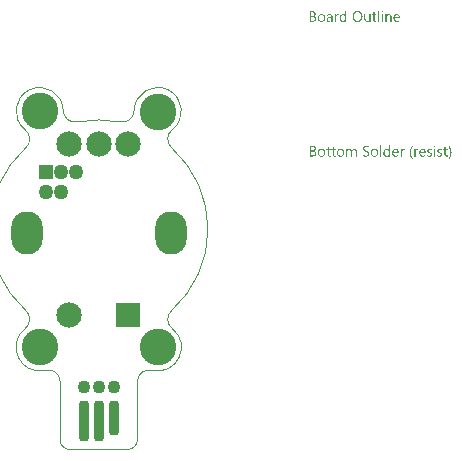
<source format=gbs>
G04*
G04 #@! TF.GenerationSoftware,Altium Limited,Altium Designer,21.9.2 (33)*
G04*
G04 Layer_Color=16711935*
%FSAX25Y25*%
%MOIN*%
G70*
G04*
G04 #@! TF.SameCoordinates,A6586CB6-8B30-4D09-AE0A-FB24D08DFB98*
G04*
G04*
G04 #@! TF.FilePolarity,Negative*
G04*
G01*
G75*
%ADD12C,0.00394*%
%ADD38C,0.00591*%
%ADD39C,0.12205*%
%ADD40C,0.04961*%
%ADD41R,0.04961X0.04961*%
%ADD42O,0.10433X0.14370*%
%ADD43R,0.08465X0.08465*%
%ADD44C,0.08465*%
G04:AMPARAMS|DCode=58|XSize=35.43mil|YSize=135.83mil|CornerRadius=13.82mil|HoleSize=0mil|Usage=FLASHONLY|Rotation=180.000|XOffset=0mil|YOffset=0mil|HoleType=Round|Shape=RoundedRectangle|*
%AMROUNDEDRECTD58*
21,1,0.03543,0.10819,0,0,180.0*
21,1,0.00780,0.13583,0,0,180.0*
1,1,0.02764,-0.00390,0.05409*
1,1,0.02764,0.00390,0.05409*
1,1,0.02764,0.00390,-0.05409*
1,1,0.02764,-0.00390,-0.05409*
%
%ADD58ROUNDEDRECTD58*%
G04:AMPARAMS|DCode=59|XSize=35.43mil|YSize=116.14mil|CornerRadius=13.82mil|HoleSize=0mil|Usage=FLASHONLY|Rotation=180.000|XOffset=0mil|YOffset=0mil|HoleType=Round|Shape=RoundedRectangle|*
%AMROUNDEDRECTD59*
21,1,0.03543,0.08850,0,0,180.0*
21,1,0.00780,0.11614,0,0,180.0*
1,1,0.02764,-0.00390,0.04425*
1,1,0.02764,0.00390,0.04425*
1,1,0.02764,0.00390,-0.04425*
1,1,0.02764,-0.00390,-0.04425*
%
%ADD59ROUNDEDRECTD59*%
%ADD60C,0.04331*%
G36*
X0094583Y0072803D02*
X0094608D01*
X0094664Y0072779D01*
X0094695Y0072760D01*
X0094726Y0072735D01*
X0094732Y0072729D01*
X0094738Y0072723D01*
X0094769Y0072686D01*
X0094794Y0072624D01*
X0094800Y0072587D01*
X0094806Y0072550D01*
Y0072543D01*
Y0072531D01*
X0094800Y0072513D01*
X0094794Y0072488D01*
X0094775Y0072426D01*
X0094750Y0072395D01*
X0094726Y0072364D01*
X0094719D01*
X0094713Y0072351D01*
X0094676Y0072327D01*
X0094620Y0072302D01*
X0094583Y0072296D01*
X0094546Y0072290D01*
X0094527D01*
X0094509Y0072296D01*
X0094484D01*
X0094422Y0072321D01*
X0094391Y0072333D01*
X0094360Y0072358D01*
Y0072364D01*
X0094348Y0072370D01*
X0094336Y0072389D01*
X0094323Y0072407D01*
X0094298Y0072469D01*
X0094292Y0072506D01*
X0094286Y0072550D01*
Y0072556D01*
Y0072568D01*
X0094292Y0072587D01*
X0094298Y0072618D01*
X0094317Y0072673D01*
X0094336Y0072704D01*
X0094360Y0072735D01*
X0094366Y0072742D01*
X0094373Y0072748D01*
X0094410Y0072772D01*
X0094472Y0072797D01*
X0094509Y0072810D01*
X0094564D01*
X0094583Y0072803D01*
D02*
G37*
G36*
X0082593Y0069139D02*
X0082191D01*
Y0069560D01*
X0082178D01*
Y0069554D01*
X0082166Y0069541D01*
X0082147Y0069516D01*
X0082129Y0069485D01*
X0082098Y0069448D01*
X0082061Y0069411D01*
X0082017Y0069368D01*
X0081968Y0069325D01*
X0081912Y0069275D01*
X0081844Y0069232D01*
X0081776Y0069195D01*
X0081695Y0069157D01*
X0081615Y0069126D01*
X0081522Y0069102D01*
X0081423Y0069089D01*
X0081318Y0069083D01*
X0081275D01*
X0081238Y0069089D01*
X0081200Y0069096D01*
X0081151Y0069102D01*
X0081046Y0069126D01*
X0080922Y0069164D01*
X0080798Y0069226D01*
X0080730Y0069263D01*
X0080674Y0069306D01*
X0080612Y0069362D01*
X0080557Y0069417D01*
Y0069424D01*
X0080544Y0069436D01*
X0080532Y0069455D01*
X0080513Y0069479D01*
X0080495Y0069510D01*
X0080470Y0069554D01*
X0080445Y0069603D01*
X0080420Y0069659D01*
X0080389Y0069721D01*
X0080365Y0069789D01*
X0080340Y0069863D01*
X0080321Y0069944D01*
X0080303Y0070030D01*
X0080290Y0070129D01*
X0080284Y0070228D01*
X0080278Y0070334D01*
Y0070340D01*
Y0070358D01*
Y0070395D01*
X0080284Y0070439D01*
X0080290Y0070488D01*
X0080297Y0070550D01*
X0080303Y0070618D01*
X0080315Y0070693D01*
X0080352Y0070854D01*
X0080408Y0071021D01*
X0080445Y0071101D01*
X0080489Y0071182D01*
X0080532Y0071256D01*
X0080588Y0071330D01*
X0080594Y0071336D01*
X0080600Y0071349D01*
X0080618Y0071367D01*
X0080643Y0071392D01*
X0080674Y0071417D01*
X0080717Y0071448D01*
X0080761Y0071485D01*
X0080810Y0071522D01*
X0080934Y0071590D01*
X0081077Y0071652D01*
X0081157Y0071671D01*
X0081244Y0071689D01*
X0081330Y0071702D01*
X0081429Y0071708D01*
X0081479D01*
X0081516Y0071702D01*
X0081553Y0071695D01*
X0081603Y0071689D01*
X0081714Y0071658D01*
X0081838Y0071609D01*
X0081900Y0071578D01*
X0081962Y0071534D01*
X0082024Y0071491D01*
X0082079Y0071435D01*
X0082129Y0071373D01*
X0082178Y0071299D01*
X0082191D01*
Y0072859D01*
X0082593D01*
Y0069139D01*
D02*
G37*
G36*
X0096861Y0071702D02*
X0096935Y0071695D01*
X0097028Y0071677D01*
X0097127Y0071646D01*
X0097232Y0071596D01*
X0097338Y0071528D01*
X0097381Y0071491D01*
X0097424Y0071442D01*
X0097437Y0071429D01*
X0097461Y0071392D01*
X0097492Y0071330D01*
X0097536Y0071244D01*
X0097573Y0071138D01*
X0097610Y0071008D01*
X0097635Y0070854D01*
X0097641Y0070674D01*
Y0069139D01*
X0097239D01*
Y0070569D01*
Y0070575D01*
Y0070606D01*
X0097232Y0070643D01*
Y0070693D01*
X0097220Y0070754D01*
X0097208Y0070823D01*
X0097189Y0070897D01*
X0097164Y0070971D01*
X0097133Y0071045D01*
X0097096Y0071114D01*
X0097047Y0071182D01*
X0096991Y0071244D01*
X0096929Y0071293D01*
X0096849Y0071330D01*
X0096762Y0071361D01*
X0096657Y0071367D01*
X0096644D01*
X0096607Y0071361D01*
X0096552Y0071355D01*
X0096483Y0071336D01*
X0096403Y0071312D01*
X0096316Y0071268D01*
X0096236Y0071213D01*
X0096155Y0071138D01*
X0096149Y0071126D01*
X0096124Y0071101D01*
X0096093Y0071052D01*
X0096056Y0070983D01*
X0096019Y0070903D01*
X0095988Y0070804D01*
X0095964Y0070693D01*
X0095957Y0070569D01*
Y0069139D01*
X0095555D01*
Y0071652D01*
X0095957D01*
Y0071231D01*
X0095970D01*
X0095976Y0071237D01*
X0095982Y0071250D01*
X0096001Y0071275D01*
X0096025Y0071305D01*
X0096050Y0071342D01*
X0096087Y0071380D01*
X0096131Y0071423D01*
X0096180Y0071473D01*
X0096236Y0071516D01*
X0096298Y0071559D01*
X0096366Y0071596D01*
X0096440Y0071633D01*
X0096514Y0071664D01*
X0096601Y0071689D01*
X0096694Y0071702D01*
X0096793Y0071708D01*
X0096830D01*
X0096861Y0071702D01*
D02*
G37*
G36*
X0079863Y0071689D02*
X0079937Y0071683D01*
X0079981Y0071671D01*
X0080012Y0071658D01*
Y0071244D01*
X0080006Y0071250D01*
X0079993Y0071256D01*
X0079969Y0071268D01*
X0079937Y0071287D01*
X0079894Y0071299D01*
X0079839Y0071312D01*
X0079777Y0071318D01*
X0079708Y0071324D01*
X0079696D01*
X0079665Y0071318D01*
X0079616Y0071312D01*
X0079560Y0071293D01*
X0079486Y0071262D01*
X0079418Y0071219D01*
X0079343Y0071157D01*
X0079275Y0071076D01*
X0079269Y0071064D01*
X0079251Y0071033D01*
X0079220Y0070977D01*
X0079189Y0070903D01*
X0079158Y0070810D01*
X0079127Y0070693D01*
X0079108Y0070563D01*
X0079102Y0070414D01*
Y0069139D01*
X0078699D01*
Y0071652D01*
X0079102D01*
Y0071132D01*
X0079114D01*
Y0071138D01*
X0079120Y0071144D01*
X0079133Y0071175D01*
X0079151Y0071225D01*
X0079182Y0071287D01*
X0079213Y0071349D01*
X0079263Y0071417D01*
X0079312Y0071485D01*
X0079374Y0071547D01*
X0079380Y0071553D01*
X0079405Y0071572D01*
X0079442Y0071596D01*
X0079492Y0071621D01*
X0079548Y0071646D01*
X0079616Y0071671D01*
X0079690Y0071689D01*
X0079770Y0071695D01*
X0079826D01*
X0079863Y0071689D01*
D02*
G37*
G36*
X0090603Y0069139D02*
X0090201D01*
Y0069535D01*
X0090188D01*
Y0069529D01*
X0090176Y0069516D01*
X0090163Y0069492D01*
X0090139Y0069467D01*
X0090083Y0069393D01*
X0089996Y0069312D01*
X0089947Y0069269D01*
X0089891Y0069226D01*
X0089829Y0069188D01*
X0089755Y0069151D01*
X0089681Y0069126D01*
X0089600Y0069102D01*
X0089507Y0069089D01*
X0089414Y0069083D01*
X0089377D01*
X0089334Y0069089D01*
X0089272Y0069102D01*
X0089204Y0069114D01*
X0089130Y0069139D01*
X0089049Y0069170D01*
X0088969Y0069219D01*
X0088882Y0069275D01*
X0088802Y0069343D01*
X0088727Y0069430D01*
X0088659Y0069535D01*
X0088597Y0069653D01*
X0088554Y0069795D01*
X0088529Y0069962D01*
X0088517Y0070049D01*
Y0070148D01*
Y0071652D01*
X0088913D01*
Y0070210D01*
Y0070204D01*
Y0070179D01*
X0088919Y0070135D01*
X0088925Y0070086D01*
X0088932Y0070024D01*
X0088944Y0069962D01*
X0088963Y0069888D01*
X0088987Y0069814D01*
X0089025Y0069739D01*
X0089062Y0069671D01*
X0089111Y0069603D01*
X0089173Y0069541D01*
X0089241Y0069492D01*
X0089322Y0069455D01*
X0089421Y0069424D01*
X0089526Y0069417D01*
X0089538D01*
X0089575Y0069424D01*
X0089631Y0069430D01*
X0089693Y0069442D01*
X0089773Y0069473D01*
X0089854Y0069510D01*
X0089934Y0069560D01*
X0090009Y0069634D01*
X0090015Y0069647D01*
X0090040Y0069671D01*
X0090071Y0069721D01*
X0090108Y0069789D01*
X0090139Y0069869D01*
X0090170Y0069968D01*
X0090194Y0070080D01*
X0090201Y0070204D01*
Y0071652D01*
X0090603D01*
Y0069139D01*
D02*
G37*
G36*
X0094738D02*
X0094336D01*
Y0071652D01*
X0094738D01*
Y0069139D01*
D02*
G37*
G36*
X0093518D02*
X0093116D01*
Y0072859D01*
X0093518D01*
Y0069139D01*
D02*
G37*
G36*
X0077140Y0071702D02*
X0077195Y0071695D01*
X0077263Y0071677D01*
X0077338Y0071658D01*
X0077418Y0071627D01*
X0077505Y0071590D01*
X0077585Y0071541D01*
X0077666Y0071479D01*
X0077740Y0071404D01*
X0077808Y0071312D01*
X0077864Y0071206D01*
X0077907Y0071083D01*
X0077932Y0070940D01*
X0077944Y0070773D01*
Y0069139D01*
X0077542D01*
Y0069529D01*
X0077530D01*
Y0069523D01*
X0077517Y0069510D01*
X0077505Y0069485D01*
X0077480Y0069461D01*
X0077418Y0069387D01*
X0077338Y0069306D01*
X0077226Y0069226D01*
X0077096Y0069151D01*
X0077016Y0069126D01*
X0076935Y0069102D01*
X0076849Y0069089D01*
X0076756Y0069083D01*
X0076719D01*
X0076694Y0069089D01*
X0076626Y0069096D01*
X0076545Y0069108D01*
X0076446Y0069133D01*
X0076354Y0069164D01*
X0076254Y0069213D01*
X0076168Y0069275D01*
X0076162Y0069288D01*
X0076137Y0069312D01*
X0076100Y0069356D01*
X0076063Y0069417D01*
X0076025Y0069492D01*
X0075988Y0069578D01*
X0075964Y0069684D01*
X0075957Y0069801D01*
Y0069807D01*
Y0069832D01*
X0075964Y0069869D01*
X0075970Y0069913D01*
X0075982Y0069968D01*
X0076001Y0070030D01*
X0076025Y0070098D01*
X0076063Y0070166D01*
X0076106Y0070241D01*
X0076162Y0070315D01*
X0076230Y0070383D01*
X0076310Y0070445D01*
X0076403Y0070507D01*
X0076515Y0070556D01*
X0076638Y0070594D01*
X0076787Y0070625D01*
X0077542Y0070730D01*
Y0070736D01*
Y0070754D01*
X0077536Y0070792D01*
Y0070829D01*
X0077523Y0070878D01*
X0077517Y0070934D01*
X0077480Y0071052D01*
X0077449Y0071107D01*
X0077418Y0071163D01*
X0077375Y0071219D01*
X0077325Y0071268D01*
X0077263Y0071312D01*
X0077195Y0071342D01*
X0077115Y0071361D01*
X0077022Y0071367D01*
X0076979D01*
X0076948Y0071361D01*
X0076904D01*
X0076861Y0071349D01*
X0076750Y0071330D01*
X0076626Y0071293D01*
X0076490Y0071237D01*
X0076415Y0071200D01*
X0076347Y0071163D01*
X0076273Y0071114D01*
X0076205Y0071058D01*
Y0071473D01*
X0076211D01*
X0076224Y0071485D01*
X0076242Y0071497D01*
X0076273Y0071510D01*
X0076304Y0071528D01*
X0076347Y0071547D01*
X0076397Y0071565D01*
X0076453Y0071590D01*
X0076576Y0071633D01*
X0076725Y0071671D01*
X0076886Y0071695D01*
X0077059Y0071708D01*
X0077096D01*
X0077140Y0071702D01*
D02*
G37*
G36*
X0071451Y0072649D02*
X0071494D01*
X0071538Y0072642D01*
X0071637Y0072630D01*
X0071754Y0072599D01*
X0071878Y0072562D01*
X0071996Y0072506D01*
X0072101Y0072432D01*
X0072107D01*
X0072113Y0072420D01*
X0072144Y0072395D01*
X0072188Y0072345D01*
X0072237Y0072277D01*
X0072281Y0072191D01*
X0072324Y0072092D01*
X0072355Y0071980D01*
X0072367Y0071918D01*
Y0071850D01*
Y0071844D01*
Y0071838D01*
Y0071801D01*
X0072361Y0071745D01*
X0072349Y0071677D01*
X0072330Y0071590D01*
X0072299Y0071504D01*
X0072262Y0071417D01*
X0072206Y0071330D01*
X0072200Y0071318D01*
X0072175Y0071293D01*
X0072138Y0071256D01*
X0072089Y0071206D01*
X0072027Y0071157D01*
X0071952Y0071101D01*
X0071860Y0071058D01*
X0071761Y0071014D01*
Y0071008D01*
X0071779D01*
X0071798Y0071002D01*
X0071816Y0070996D01*
X0071884Y0070983D01*
X0071965Y0070959D01*
X0072052Y0070922D01*
X0072144Y0070878D01*
X0072237Y0070816D01*
X0072324Y0070736D01*
X0072336Y0070723D01*
X0072361Y0070693D01*
X0072392Y0070649D01*
X0072435Y0070581D01*
X0072472Y0070495D01*
X0072510Y0070395D01*
X0072534Y0070278D01*
X0072540Y0070148D01*
Y0070142D01*
Y0070129D01*
Y0070104D01*
X0072534Y0070074D01*
X0072528Y0070037D01*
X0072522Y0069993D01*
X0072497Y0069888D01*
X0072460Y0069770D01*
X0072404Y0069647D01*
X0072367Y0069591D01*
X0072324Y0069529D01*
X0072268Y0069473D01*
X0072212Y0069417D01*
X0072206D01*
X0072200Y0069405D01*
X0072181Y0069393D01*
X0072157Y0069374D01*
X0072126Y0069356D01*
X0072082Y0069331D01*
X0071990Y0069281D01*
X0071872Y0069226D01*
X0071736Y0069182D01*
X0071575Y0069151D01*
X0071494Y0069145D01*
X0071402Y0069139D01*
X0070374D01*
Y0072655D01*
X0071420D01*
X0071451Y0072649D01*
D02*
G37*
G36*
X0091946Y0071652D02*
X0092584D01*
Y0071305D01*
X0091946D01*
Y0069888D01*
Y0069876D01*
Y0069845D01*
X0091952Y0069801D01*
X0091958Y0069745D01*
X0091983Y0069628D01*
X0092002Y0069572D01*
X0092033Y0069529D01*
X0092039Y0069523D01*
X0092051Y0069510D01*
X0092070Y0069498D01*
X0092101Y0069479D01*
X0092138Y0069455D01*
X0092188Y0069442D01*
X0092250Y0069430D01*
X0092318Y0069424D01*
X0092342D01*
X0092373Y0069430D01*
X0092410Y0069436D01*
X0092497Y0069461D01*
X0092540Y0069479D01*
X0092584Y0069504D01*
Y0069157D01*
X0092577D01*
X0092559Y0069145D01*
X0092528Y0069139D01*
X0092485Y0069126D01*
X0092429Y0069114D01*
X0092367Y0069102D01*
X0092293Y0069096D01*
X0092206Y0069089D01*
X0092175D01*
X0092144Y0069096D01*
X0092101Y0069102D01*
X0092051Y0069114D01*
X0091996Y0069126D01*
X0091940Y0069151D01*
X0091878Y0069182D01*
X0091816Y0069219D01*
X0091754Y0069269D01*
X0091699Y0069325D01*
X0091649Y0069399D01*
X0091606Y0069479D01*
X0091575Y0069578D01*
X0091550Y0069690D01*
X0091544Y0069820D01*
Y0071305D01*
X0091117D01*
Y0071652D01*
X0091544D01*
Y0072265D01*
X0091946Y0072395D01*
Y0071652D01*
D02*
G37*
G36*
X0099473Y0071702D02*
X0099516Y0071695D01*
X0099560Y0071689D01*
X0099671Y0071671D01*
X0099795Y0071627D01*
X0099919Y0071572D01*
X0099981Y0071534D01*
X0100043Y0071491D01*
X0100098Y0071442D01*
X0100154Y0071386D01*
X0100160Y0071380D01*
X0100166Y0071373D01*
X0100179Y0071355D01*
X0100197Y0071330D01*
X0100216Y0071293D01*
X0100241Y0071256D01*
X0100266Y0071213D01*
X0100290Y0071157D01*
X0100315Y0071095D01*
X0100340Y0071033D01*
X0100364Y0070959D01*
X0100383Y0070878D01*
X0100402Y0070792D01*
X0100414Y0070705D01*
X0100426Y0070606D01*
Y0070501D01*
Y0070290D01*
X0098650D01*
Y0070284D01*
Y0070272D01*
Y0070253D01*
X0098656Y0070222D01*
X0098662Y0070185D01*
Y0070148D01*
X0098681Y0070049D01*
X0098712Y0069950D01*
X0098749Y0069838D01*
X0098805Y0069733D01*
X0098873Y0069640D01*
X0098885Y0069628D01*
X0098910Y0069603D01*
X0098959Y0069572D01*
X0099028Y0069529D01*
X0099114Y0069485D01*
X0099213Y0069455D01*
X0099331Y0069430D01*
X0099467Y0069417D01*
X0099510D01*
X0099541Y0069424D01*
X0099578D01*
X0099622Y0069430D01*
X0099727Y0069455D01*
X0099845Y0069485D01*
X0099975Y0069535D01*
X0100111Y0069603D01*
X0100179Y0069647D01*
X0100247Y0069696D01*
Y0069318D01*
X0100241D01*
X0100235Y0069306D01*
X0100216Y0069300D01*
X0100185Y0069281D01*
X0100154Y0069263D01*
X0100117Y0069244D01*
X0100067Y0069226D01*
X0100018Y0069201D01*
X0099956Y0069176D01*
X0099888Y0069157D01*
X0099739Y0069120D01*
X0099566Y0069096D01*
X0099374Y0069083D01*
X0099325D01*
X0099287Y0069089D01*
X0099244Y0069096D01*
X0099189Y0069102D01*
X0099071Y0069126D01*
X0098935Y0069164D01*
X0098799Y0069226D01*
X0098730Y0069269D01*
X0098662Y0069312D01*
X0098600Y0069362D01*
X0098539Y0069424D01*
X0098532Y0069430D01*
X0098526Y0069442D01*
X0098514Y0069461D01*
X0098489Y0069485D01*
X0098470Y0069523D01*
X0098446Y0069566D01*
X0098415Y0069616D01*
X0098390Y0069671D01*
X0098359Y0069733D01*
X0098334Y0069807D01*
X0098303Y0069888D01*
X0098285Y0069974D01*
X0098266Y0070067D01*
X0098248Y0070166D01*
X0098241Y0070272D01*
X0098235Y0070383D01*
Y0070389D01*
Y0070408D01*
Y0070439D01*
X0098241Y0070482D01*
X0098248Y0070532D01*
X0098254Y0070587D01*
X0098260Y0070655D01*
X0098278Y0070723D01*
X0098316Y0070872D01*
X0098371Y0071033D01*
X0098409Y0071114D01*
X0098458Y0071188D01*
X0098508Y0071268D01*
X0098563Y0071336D01*
X0098569Y0071342D01*
X0098582Y0071355D01*
X0098600Y0071373D01*
X0098625Y0071392D01*
X0098656Y0071423D01*
X0098693Y0071454D01*
X0098743Y0071485D01*
X0098792Y0071522D01*
X0098910Y0071590D01*
X0099052Y0071652D01*
X0099133Y0071671D01*
X0099213Y0071689D01*
X0099300Y0071702D01*
X0099393Y0071708D01*
X0099442D01*
X0099473Y0071702D01*
D02*
G37*
G36*
X0086431Y0072711D02*
X0086493Y0072704D01*
X0086567Y0072692D01*
X0086647Y0072673D01*
X0086734Y0072655D01*
X0086821Y0072630D01*
X0086920Y0072599D01*
X0087013Y0072556D01*
X0087112Y0072506D01*
X0087211Y0072451D01*
X0087304Y0072382D01*
X0087397Y0072308D01*
X0087483Y0072221D01*
X0087489Y0072215D01*
X0087502Y0072197D01*
X0087527Y0072172D01*
X0087551Y0072135D01*
X0087588Y0072085D01*
X0087625Y0072023D01*
X0087663Y0071955D01*
X0087706Y0071881D01*
X0087749Y0071788D01*
X0087787Y0071695D01*
X0087824Y0071590D01*
X0087861Y0071473D01*
X0087885Y0071355D01*
X0087910Y0071225D01*
X0087923Y0071083D01*
X0087929Y0070940D01*
Y0070928D01*
Y0070903D01*
Y0070860D01*
X0087923Y0070798D01*
X0087916Y0070723D01*
X0087904Y0070643D01*
X0087892Y0070550D01*
X0087873Y0070445D01*
X0087848Y0070340D01*
X0087817Y0070228D01*
X0087780Y0070117D01*
X0087737Y0070006D01*
X0087681Y0069888D01*
X0087619Y0069783D01*
X0087551Y0069677D01*
X0087471Y0069578D01*
X0087465Y0069572D01*
X0087452Y0069560D01*
X0087421Y0069535D01*
X0087390Y0069504D01*
X0087341Y0069461D01*
X0087285Y0069424D01*
X0087223Y0069374D01*
X0087149Y0069331D01*
X0087068Y0069288D01*
X0086976Y0069238D01*
X0086876Y0069201D01*
X0086765Y0069164D01*
X0086647Y0069126D01*
X0086524Y0069102D01*
X0086394Y0069089D01*
X0086251Y0069083D01*
X0086220D01*
X0086177Y0069089D01*
X0086128D01*
X0086066Y0069096D01*
X0085991Y0069108D01*
X0085911Y0069126D01*
X0085818Y0069145D01*
X0085725Y0069170D01*
X0085626Y0069201D01*
X0085527Y0069244D01*
X0085428Y0069288D01*
X0085329Y0069343D01*
X0085230Y0069411D01*
X0085137Y0069485D01*
X0085050Y0069572D01*
X0085044Y0069578D01*
X0085032Y0069597D01*
X0085007Y0069622D01*
X0084982Y0069659D01*
X0084945Y0069708D01*
X0084908Y0069770D01*
X0084871Y0069838D01*
X0084828Y0069919D01*
X0084784Y0070006D01*
X0084747Y0070098D01*
X0084710Y0070204D01*
X0084673Y0070321D01*
X0084648Y0070439D01*
X0084623Y0070569D01*
X0084611Y0070711D01*
X0084605Y0070854D01*
Y0070866D01*
Y0070891D01*
X0084611Y0070934D01*
Y0070996D01*
X0084617Y0071064D01*
X0084630Y0071151D01*
X0084642Y0071244D01*
X0084661Y0071342D01*
X0084685Y0071448D01*
X0084716Y0071559D01*
X0084753Y0071671D01*
X0084797Y0071782D01*
X0084852Y0071893D01*
X0084914Y0072005D01*
X0084982Y0072110D01*
X0085063Y0072209D01*
X0085069Y0072215D01*
X0085081Y0072234D01*
X0085112Y0072259D01*
X0085150Y0072290D01*
X0085193Y0072327D01*
X0085249Y0072370D01*
X0085317Y0072413D01*
X0085391Y0072463D01*
X0085478Y0072513D01*
X0085571Y0072556D01*
X0085669Y0072599D01*
X0085781Y0072636D01*
X0085905Y0072667D01*
X0086035Y0072698D01*
X0086171Y0072711D01*
X0086313Y0072717D01*
X0086381D01*
X0086431Y0072711D01*
D02*
G37*
G36*
X0074404Y0071702D02*
X0074447Y0071695D01*
X0074503Y0071689D01*
X0074626Y0071664D01*
X0074769Y0071621D01*
X0074911Y0071559D01*
X0074986Y0071522D01*
X0075054Y0071479D01*
X0075122Y0071423D01*
X0075184Y0071361D01*
X0075190Y0071355D01*
X0075196Y0071342D01*
X0075215Y0071324D01*
X0075233Y0071299D01*
X0075258Y0071262D01*
X0075283Y0071219D01*
X0075314Y0071169D01*
X0075345Y0071114D01*
X0075369Y0071045D01*
X0075400Y0070977D01*
X0075425Y0070897D01*
X0075450Y0070810D01*
X0075468Y0070717D01*
X0075487Y0070618D01*
X0075493Y0070513D01*
X0075499Y0070402D01*
Y0070395D01*
Y0070377D01*
Y0070346D01*
X0075493Y0070303D01*
X0075487Y0070253D01*
X0075481Y0070191D01*
X0075468Y0070129D01*
X0075456Y0070055D01*
X0075419Y0069907D01*
X0075357Y0069745D01*
X0075320Y0069665D01*
X0075270Y0069585D01*
X0075221Y0069510D01*
X0075159Y0069442D01*
X0075153Y0069436D01*
X0075140Y0069430D01*
X0075122Y0069411D01*
X0075097Y0069387D01*
X0075060Y0069362D01*
X0075023Y0069331D01*
X0074973Y0069294D01*
X0074918Y0069263D01*
X0074856Y0069232D01*
X0074787Y0069195D01*
X0074713Y0069164D01*
X0074633Y0069139D01*
X0074546Y0069114D01*
X0074453Y0069102D01*
X0074354Y0069089D01*
X0074249Y0069083D01*
X0074193D01*
X0074156Y0069089D01*
X0074113Y0069096D01*
X0074057Y0069102D01*
X0073995Y0069114D01*
X0073927Y0069126D01*
X0073785Y0069170D01*
X0073636Y0069232D01*
X0073562Y0069269D01*
X0073494Y0069318D01*
X0073426Y0069368D01*
X0073358Y0069430D01*
X0073351Y0069436D01*
X0073345Y0069448D01*
X0073327Y0069467D01*
X0073308Y0069492D01*
X0073283Y0069529D01*
X0073252Y0069572D01*
X0073221Y0069622D01*
X0073197Y0069677D01*
X0073166Y0069745D01*
X0073135Y0069814D01*
X0073104Y0069888D01*
X0073079Y0069974D01*
X0073042Y0070160D01*
X0073036Y0070259D01*
X0073030Y0070364D01*
Y0070371D01*
Y0070395D01*
Y0070426D01*
X0073036Y0070470D01*
X0073042Y0070519D01*
X0073048Y0070581D01*
X0073061Y0070649D01*
X0073073Y0070723D01*
X0073110Y0070885D01*
X0073172Y0071045D01*
X0073215Y0071126D01*
X0073259Y0071206D01*
X0073308Y0071281D01*
X0073370Y0071349D01*
X0073376Y0071355D01*
X0073388Y0071367D01*
X0073407Y0071380D01*
X0073432Y0071404D01*
X0073469Y0071429D01*
X0073512Y0071460D01*
X0073562Y0071497D01*
X0073618Y0071528D01*
X0073680Y0071559D01*
X0073754Y0071596D01*
X0073828Y0071627D01*
X0073915Y0071652D01*
X0074001Y0071677D01*
X0074100Y0071695D01*
X0074206Y0071702D01*
X0074311Y0071708D01*
X0074366D01*
X0074404Y0071702D01*
D02*
G37*
G36*
X0112014Y0027877D02*
X0112039D01*
X0112095Y0027852D01*
X0112126Y0027834D01*
X0112156Y0027809D01*
X0112163Y0027803D01*
X0112169Y0027796D01*
X0112200Y0027759D01*
X0112225Y0027697D01*
X0112231Y0027660D01*
X0112237Y0027623D01*
Y0027617D01*
Y0027604D01*
X0112231Y0027586D01*
X0112225Y0027561D01*
X0112206Y0027499D01*
X0112181Y0027468D01*
X0112156Y0027437D01*
X0112150D01*
X0112144Y0027425D01*
X0112107Y0027400D01*
X0112051Y0027376D01*
X0112014Y0027369D01*
X0111977Y0027363D01*
X0111958D01*
X0111940Y0027369D01*
X0111915D01*
X0111853Y0027394D01*
X0111822Y0027406D01*
X0111791Y0027431D01*
Y0027437D01*
X0111779Y0027444D01*
X0111767Y0027462D01*
X0111754Y0027481D01*
X0111729Y0027543D01*
X0111723Y0027580D01*
X0111717Y0027623D01*
Y0027629D01*
Y0027642D01*
X0111723Y0027660D01*
X0111729Y0027691D01*
X0111748Y0027747D01*
X0111767Y0027778D01*
X0111791Y0027809D01*
X0111797Y0027815D01*
X0111804Y0027821D01*
X0111841Y0027846D01*
X0111903Y0027871D01*
X0111940Y0027883D01*
X0111996D01*
X0112014Y0027877D01*
D02*
G37*
G36*
X0089445Y0027784D02*
X0089495D01*
X0089606Y0027772D01*
X0089730Y0027759D01*
X0089854Y0027735D01*
X0089972Y0027704D01*
X0090021Y0027685D01*
X0090071Y0027660D01*
Y0027196D01*
X0090064D01*
X0090058Y0027208D01*
X0090040Y0027215D01*
X0090015Y0027233D01*
X0089984Y0027246D01*
X0089947Y0027264D01*
X0089854Y0027307D01*
X0089742Y0027345D01*
X0089606Y0027382D01*
X0089445Y0027406D01*
X0089272Y0027413D01*
X0089223D01*
X0089185Y0027406D01*
X0089148D01*
X0089099Y0027400D01*
X0089000Y0027382D01*
X0088994D01*
X0088975Y0027376D01*
X0088950Y0027369D01*
X0088919Y0027363D01*
X0088845Y0027332D01*
X0088758Y0027295D01*
X0088752D01*
X0088740Y0027283D01*
X0088721Y0027270D01*
X0088696Y0027252D01*
X0088641Y0027196D01*
X0088585Y0027128D01*
Y0027122D01*
X0088573Y0027109D01*
X0088566Y0027091D01*
X0088554Y0027060D01*
X0088542Y0027023D01*
X0088535Y0026985D01*
X0088523Y0026886D01*
Y0026880D01*
Y0026862D01*
Y0026837D01*
X0088529Y0026806D01*
X0088542Y0026732D01*
X0088573Y0026651D01*
Y0026645D01*
X0088585Y0026633D01*
X0088591Y0026614D01*
X0088610Y0026589D01*
X0088659Y0026534D01*
X0088721Y0026472D01*
X0088727Y0026466D01*
X0088740Y0026459D01*
X0088758Y0026441D01*
X0088789Y0026422D01*
X0088826Y0026397D01*
X0088863Y0026373D01*
X0088963Y0026311D01*
X0088969Y0026305D01*
X0088987Y0026298D01*
X0089018Y0026280D01*
X0089055Y0026261D01*
X0089105Y0026237D01*
X0089161Y0026212D01*
X0089284Y0026150D01*
X0089291Y0026144D01*
X0089315Y0026131D01*
X0089353Y0026113D01*
X0089402Y0026088D01*
X0089458Y0026063D01*
X0089520Y0026026D01*
X0089644Y0025952D01*
X0089650Y0025946D01*
X0089674Y0025933D01*
X0089705Y0025915D01*
X0089749Y0025884D01*
X0089842Y0025809D01*
X0089941Y0025723D01*
X0089947Y0025717D01*
X0089965Y0025704D01*
X0089984Y0025673D01*
X0090015Y0025642D01*
X0090046Y0025599D01*
X0090083Y0025556D01*
X0090145Y0025444D01*
X0090151Y0025438D01*
X0090157Y0025420D01*
X0090170Y0025389D01*
X0090182Y0025345D01*
X0090194Y0025296D01*
X0090207Y0025234D01*
X0090219Y0025172D01*
Y0025098D01*
Y0025085D01*
Y0025054D01*
X0090213Y0025005D01*
X0090207Y0024943D01*
X0090194Y0024875D01*
X0090176Y0024801D01*
X0090151Y0024726D01*
X0090114Y0024658D01*
X0090108Y0024652D01*
X0090095Y0024627D01*
X0090071Y0024596D01*
X0090046Y0024553D01*
X0090003Y0024509D01*
X0089959Y0024460D01*
X0089903Y0024410D01*
X0089842Y0024361D01*
X0089835Y0024355D01*
X0089811Y0024342D01*
X0089773Y0024324D01*
X0089724Y0024299D01*
X0089668Y0024274D01*
X0089600Y0024250D01*
X0089520Y0024225D01*
X0089439Y0024206D01*
X0089427D01*
X0089402Y0024200D01*
X0089359Y0024194D01*
X0089297Y0024182D01*
X0089229Y0024175D01*
X0089148Y0024163D01*
X0089062Y0024157D01*
X0088913D01*
X0088845Y0024163D01*
X0088758Y0024169D01*
X0088740D01*
X0088715Y0024175D01*
X0088684Y0024182D01*
X0088604Y0024188D01*
X0088511Y0024206D01*
X0088504D01*
X0088486Y0024212D01*
X0088461Y0024219D01*
X0088430Y0024225D01*
X0088356Y0024243D01*
X0088269Y0024268D01*
X0088263D01*
X0088251Y0024274D01*
X0088232Y0024281D01*
X0088207Y0024293D01*
X0088146Y0024318D01*
X0088084Y0024355D01*
Y0024838D01*
X0088090Y0024831D01*
X0088102Y0024825D01*
X0088115Y0024813D01*
X0088139Y0024794D01*
X0088207Y0024751D01*
X0088288Y0024701D01*
X0088294D01*
X0088306Y0024695D01*
X0088331Y0024683D01*
X0088362Y0024670D01*
X0088443Y0024633D01*
X0088529Y0024602D01*
X0088535D01*
X0088554Y0024596D01*
X0088579Y0024590D01*
X0088610Y0024584D01*
X0088696Y0024559D01*
X0088789Y0024541D01*
X0088814D01*
X0088839Y0024534D01*
X0088870D01*
X0088944Y0024528D01*
X0089031Y0024522D01*
X0089093D01*
X0089161Y0024528D01*
X0089247Y0024541D01*
X0089340Y0024553D01*
X0089433Y0024578D01*
X0089520Y0024615D01*
X0089600Y0024658D01*
X0089606Y0024664D01*
X0089631Y0024683D01*
X0089662Y0024720D01*
X0089693Y0024763D01*
X0089730Y0024819D01*
X0089755Y0024893D01*
X0089780Y0024974D01*
X0089786Y0025067D01*
Y0025073D01*
Y0025091D01*
Y0025116D01*
X0089780Y0025153D01*
X0089761Y0025234D01*
X0089724Y0025314D01*
Y0025320D01*
X0089712Y0025333D01*
X0089699Y0025351D01*
X0089681Y0025376D01*
X0089625Y0025438D01*
X0089551Y0025506D01*
X0089544Y0025512D01*
X0089532Y0025525D01*
X0089507Y0025537D01*
X0089476Y0025562D01*
X0089439Y0025587D01*
X0089396Y0025618D01*
X0089291Y0025673D01*
X0089284Y0025679D01*
X0089266Y0025686D01*
X0089235Y0025704D01*
X0089192Y0025723D01*
X0089148Y0025754D01*
X0089093Y0025778D01*
X0088963Y0025847D01*
X0088956Y0025853D01*
X0088932Y0025865D01*
X0088894Y0025884D01*
X0088851Y0025902D01*
X0088802Y0025933D01*
X0088746Y0025964D01*
X0088622Y0026032D01*
X0088616Y0026039D01*
X0088597Y0026051D01*
X0088566Y0026069D01*
X0088529Y0026094D01*
X0088436Y0026162D01*
X0088344Y0026243D01*
X0088337Y0026249D01*
X0088325Y0026261D01*
X0088300Y0026286D01*
X0088275Y0026317D01*
X0088244Y0026360D01*
X0088214Y0026404D01*
X0088158Y0026503D01*
Y0026509D01*
X0088146Y0026528D01*
X0088139Y0026558D01*
X0088127Y0026602D01*
X0088115Y0026651D01*
X0088102Y0026713D01*
X0088096Y0026775D01*
X0088090Y0026849D01*
Y0026862D01*
Y0026893D01*
X0088096Y0026936D01*
X0088102Y0026992D01*
X0088115Y0027060D01*
X0088133Y0027128D01*
X0088158Y0027196D01*
X0088195Y0027264D01*
X0088201Y0027270D01*
X0088214Y0027295D01*
X0088238Y0027326D01*
X0088269Y0027369D01*
X0088306Y0027413D01*
X0088356Y0027462D01*
X0088412Y0027512D01*
X0088474Y0027555D01*
X0088480Y0027561D01*
X0088504Y0027574D01*
X0088542Y0027598D01*
X0088585Y0027623D01*
X0088647Y0027648D01*
X0088709Y0027679D01*
X0088783Y0027704D01*
X0088863Y0027728D01*
X0088876D01*
X0088901Y0027741D01*
X0088944Y0027747D01*
X0089006Y0027759D01*
X0089074Y0027772D01*
X0089148Y0027778D01*
X0089315Y0027790D01*
X0089402D01*
X0089445Y0027784D01*
D02*
G37*
G36*
X0097177Y0024212D02*
X0096774D01*
Y0024633D01*
X0096762D01*
Y0024627D01*
X0096750Y0024615D01*
X0096731Y0024590D01*
X0096712Y0024559D01*
X0096681Y0024522D01*
X0096644Y0024485D01*
X0096601Y0024441D01*
X0096552Y0024398D01*
X0096496Y0024349D01*
X0096428Y0024305D01*
X0096360Y0024268D01*
X0096279Y0024231D01*
X0096199Y0024200D01*
X0096106Y0024175D01*
X0096007Y0024163D01*
X0095902Y0024157D01*
X0095858D01*
X0095821Y0024163D01*
X0095784Y0024169D01*
X0095734Y0024175D01*
X0095629Y0024200D01*
X0095505Y0024237D01*
X0095382Y0024299D01*
X0095314Y0024336D01*
X0095258Y0024379D01*
X0095196Y0024435D01*
X0095140Y0024491D01*
Y0024497D01*
X0095128Y0024509D01*
X0095115Y0024528D01*
X0095097Y0024553D01*
X0095078Y0024584D01*
X0095053Y0024627D01*
X0095029Y0024677D01*
X0095004Y0024732D01*
X0094973Y0024794D01*
X0094948Y0024862D01*
X0094924Y0024937D01*
X0094905Y0025017D01*
X0094886Y0025104D01*
X0094874Y0025203D01*
X0094868Y0025302D01*
X0094862Y0025407D01*
Y0025413D01*
Y0025432D01*
Y0025469D01*
X0094868Y0025512D01*
X0094874Y0025562D01*
X0094880Y0025624D01*
X0094886Y0025692D01*
X0094899Y0025766D01*
X0094936Y0025927D01*
X0094992Y0026094D01*
X0095029Y0026175D01*
X0095072Y0026255D01*
X0095115Y0026329D01*
X0095171Y0026404D01*
X0095177Y0026410D01*
X0095183Y0026422D01*
X0095202Y0026441D01*
X0095227Y0026466D01*
X0095258Y0026490D01*
X0095301Y0026521D01*
X0095345Y0026558D01*
X0095394Y0026596D01*
X0095518Y0026664D01*
X0095660Y0026726D01*
X0095741Y0026744D01*
X0095827Y0026763D01*
X0095914Y0026775D01*
X0096013Y0026781D01*
X0096062D01*
X0096100Y0026775D01*
X0096137Y0026769D01*
X0096186Y0026763D01*
X0096298Y0026732D01*
X0096421Y0026682D01*
X0096483Y0026651D01*
X0096545Y0026608D01*
X0096607Y0026565D01*
X0096663Y0026509D01*
X0096712Y0026447D01*
X0096762Y0026373D01*
X0096774D01*
Y0027933D01*
X0097177D01*
Y0024212D01*
D02*
G37*
G36*
X0113921Y0026775D02*
X0114001Y0026769D01*
X0114088Y0026757D01*
X0114187Y0026732D01*
X0114286Y0026707D01*
X0114385Y0026670D01*
Y0026261D01*
X0114373Y0026267D01*
X0114335Y0026292D01*
X0114280Y0026317D01*
X0114205Y0026354D01*
X0114112Y0026385D01*
X0114001Y0026416D01*
X0113877Y0026435D01*
X0113747Y0026441D01*
X0113679D01*
X0113617Y0026428D01*
X0113543Y0026416D01*
X0113537D01*
X0113531Y0026410D01*
X0113494Y0026397D01*
X0113444Y0026373D01*
X0113388Y0026342D01*
X0113376Y0026336D01*
X0113351Y0026311D01*
X0113320Y0026274D01*
X0113289Y0026230D01*
X0113283Y0026218D01*
X0113271Y0026187D01*
X0113258Y0026144D01*
X0113252Y0026088D01*
Y0026082D01*
Y0026069D01*
Y0026051D01*
X0113258Y0026032D01*
X0113271Y0025976D01*
X0113289Y0025921D01*
X0113295Y0025908D01*
X0113314Y0025884D01*
X0113351Y0025847D01*
X0113394Y0025803D01*
X0113401D01*
X0113407Y0025797D01*
X0113444Y0025772D01*
X0113494Y0025741D01*
X0113562Y0025710D01*
X0113568D01*
X0113580Y0025704D01*
X0113599Y0025698D01*
X0113630Y0025686D01*
X0113698Y0025661D01*
X0113785Y0025624D01*
X0113791D01*
X0113815Y0025611D01*
X0113846Y0025599D01*
X0113883Y0025587D01*
X0113982Y0025543D01*
X0114082Y0025494D01*
X0114088D01*
X0114106Y0025481D01*
X0114131Y0025469D01*
X0114162Y0025450D01*
X0114236Y0025401D01*
X0114311Y0025339D01*
X0114317Y0025333D01*
X0114329Y0025327D01*
X0114342Y0025308D01*
X0114366Y0025283D01*
X0114410Y0025221D01*
X0114453Y0025141D01*
Y0025135D01*
X0114459Y0025122D01*
X0114472Y0025098D01*
X0114478Y0025067D01*
X0114490Y0025030D01*
X0114496Y0024986D01*
X0114503Y0024881D01*
Y0024875D01*
Y0024850D01*
X0114496Y0024813D01*
X0114490Y0024769D01*
X0114484Y0024720D01*
X0114465Y0024664D01*
X0114447Y0024615D01*
X0114416Y0024559D01*
X0114410Y0024553D01*
X0114403Y0024534D01*
X0114385Y0024509D01*
X0114360Y0024479D01*
X0114329Y0024441D01*
X0114292Y0024404D01*
X0114199Y0024330D01*
X0114193Y0024324D01*
X0114174Y0024318D01*
X0114150Y0024299D01*
X0114106Y0024281D01*
X0114063Y0024256D01*
X0114007Y0024237D01*
X0113952Y0024219D01*
X0113883Y0024200D01*
X0113877D01*
X0113853Y0024194D01*
X0113815Y0024188D01*
X0113772Y0024182D01*
X0113710Y0024169D01*
X0113648Y0024163D01*
X0113506Y0024157D01*
X0113444D01*
X0113370Y0024163D01*
X0113277Y0024175D01*
X0113172Y0024194D01*
X0113060Y0024219D01*
X0112949Y0024250D01*
X0112837Y0024299D01*
Y0024732D01*
X0112844D01*
X0112850Y0024720D01*
X0112868Y0024708D01*
X0112893Y0024695D01*
X0112961Y0024658D01*
X0113054Y0024615D01*
X0113159Y0024565D01*
X0113283Y0024528D01*
X0113419Y0024503D01*
X0113562Y0024491D01*
X0113611D01*
X0113642Y0024497D01*
X0113729Y0024509D01*
X0113828Y0024534D01*
X0113921Y0024578D01*
X0113964Y0024609D01*
X0114007Y0024640D01*
X0114038Y0024683D01*
X0114063Y0024726D01*
X0114082Y0024782D01*
X0114088Y0024844D01*
Y0024850D01*
Y0024862D01*
Y0024881D01*
X0114082Y0024900D01*
X0114069Y0024955D01*
X0114044Y0025011D01*
Y0025017D01*
X0114038Y0025023D01*
X0114014Y0025054D01*
X0113976Y0025098D01*
X0113921Y0025135D01*
X0113915D01*
X0113908Y0025147D01*
X0113871Y0025166D01*
X0113815Y0025203D01*
X0113741Y0025234D01*
X0113735D01*
X0113723Y0025240D01*
X0113704Y0025252D01*
X0113673Y0025265D01*
X0113605Y0025289D01*
X0113518Y0025327D01*
X0113512D01*
X0113487Y0025339D01*
X0113456Y0025351D01*
X0113419Y0025364D01*
X0113320Y0025407D01*
X0113221Y0025457D01*
X0113215Y0025463D01*
X0113203Y0025469D01*
X0113178Y0025481D01*
X0113147Y0025500D01*
X0113079Y0025549D01*
X0113011Y0025605D01*
X0113005Y0025611D01*
X0112998Y0025618D01*
X0112980Y0025636D01*
X0112961Y0025661D01*
X0112918Y0025723D01*
X0112881Y0025797D01*
Y0025803D01*
X0112874Y0025816D01*
X0112868Y0025840D01*
X0112862Y0025871D01*
X0112856Y0025908D01*
X0112850Y0025952D01*
X0112844Y0026057D01*
Y0026063D01*
Y0026088D01*
X0112850Y0026119D01*
X0112856Y0026162D01*
X0112862Y0026212D01*
X0112881Y0026261D01*
X0112899Y0026317D01*
X0112924Y0026366D01*
X0112930Y0026373D01*
X0112936Y0026391D01*
X0112955Y0026416D01*
X0112980Y0026447D01*
X0113048Y0026521D01*
X0113135Y0026596D01*
X0113141Y0026602D01*
X0113159Y0026608D01*
X0113184Y0026627D01*
X0113227Y0026645D01*
X0113271Y0026670D01*
X0113320Y0026695D01*
X0113444Y0026732D01*
X0113450D01*
X0113475Y0026738D01*
X0113506Y0026750D01*
X0113555Y0026757D01*
X0113605Y0026769D01*
X0113667Y0026775D01*
X0113803Y0026781D01*
X0113859D01*
X0113921Y0026775D01*
D02*
G37*
G36*
X0110566D02*
X0110646Y0026769D01*
X0110733Y0026757D01*
X0110832Y0026732D01*
X0110931Y0026707D01*
X0111030Y0026670D01*
Y0026261D01*
X0111018Y0026267D01*
X0110980Y0026292D01*
X0110925Y0026317D01*
X0110850Y0026354D01*
X0110758Y0026385D01*
X0110646Y0026416D01*
X0110522Y0026435D01*
X0110392Y0026441D01*
X0110324D01*
X0110262Y0026428D01*
X0110188Y0026416D01*
X0110182D01*
X0110176Y0026410D01*
X0110139Y0026397D01*
X0110089Y0026373D01*
X0110033Y0026342D01*
X0110021Y0026336D01*
X0109996Y0026311D01*
X0109965Y0026274D01*
X0109934Y0026230D01*
X0109928Y0026218D01*
X0109916Y0026187D01*
X0109903Y0026144D01*
X0109897Y0026088D01*
Y0026082D01*
Y0026069D01*
Y0026051D01*
X0109903Y0026032D01*
X0109916Y0025976D01*
X0109934Y0025921D01*
X0109941Y0025908D01*
X0109959Y0025884D01*
X0109996Y0025847D01*
X0110039Y0025803D01*
X0110046D01*
X0110052Y0025797D01*
X0110089Y0025772D01*
X0110139Y0025741D01*
X0110207Y0025710D01*
X0110213D01*
X0110225Y0025704D01*
X0110244Y0025698D01*
X0110275Y0025686D01*
X0110343Y0025661D01*
X0110430Y0025624D01*
X0110436D01*
X0110460Y0025611D01*
X0110491Y0025599D01*
X0110529Y0025587D01*
X0110628Y0025543D01*
X0110727Y0025494D01*
X0110733D01*
X0110751Y0025481D01*
X0110776Y0025469D01*
X0110807Y0025450D01*
X0110881Y0025401D01*
X0110956Y0025339D01*
X0110962Y0025333D01*
X0110974Y0025327D01*
X0110987Y0025308D01*
X0111011Y0025283D01*
X0111055Y0025221D01*
X0111098Y0025141D01*
Y0025135D01*
X0111104Y0025122D01*
X0111117Y0025098D01*
X0111123Y0025067D01*
X0111135Y0025030D01*
X0111141Y0024986D01*
X0111147Y0024881D01*
Y0024875D01*
Y0024850D01*
X0111141Y0024813D01*
X0111135Y0024769D01*
X0111129Y0024720D01*
X0111110Y0024664D01*
X0111092Y0024615D01*
X0111061Y0024559D01*
X0111055Y0024553D01*
X0111048Y0024534D01*
X0111030Y0024509D01*
X0111005Y0024479D01*
X0110974Y0024441D01*
X0110937Y0024404D01*
X0110844Y0024330D01*
X0110838Y0024324D01*
X0110819Y0024318D01*
X0110795Y0024299D01*
X0110751Y0024281D01*
X0110708Y0024256D01*
X0110652Y0024237D01*
X0110597Y0024219D01*
X0110529Y0024200D01*
X0110522D01*
X0110498Y0024194D01*
X0110460Y0024188D01*
X0110417Y0024182D01*
X0110355Y0024169D01*
X0110293Y0024163D01*
X0110151Y0024157D01*
X0110089D01*
X0110015Y0024163D01*
X0109922Y0024175D01*
X0109817Y0024194D01*
X0109705Y0024219D01*
X0109594Y0024250D01*
X0109482Y0024299D01*
Y0024732D01*
X0109489D01*
X0109495Y0024720D01*
X0109513Y0024708D01*
X0109538Y0024695D01*
X0109606Y0024658D01*
X0109699Y0024615D01*
X0109804Y0024565D01*
X0109928Y0024528D01*
X0110064Y0024503D01*
X0110207Y0024491D01*
X0110256D01*
X0110287Y0024497D01*
X0110374Y0024509D01*
X0110473Y0024534D01*
X0110566Y0024578D01*
X0110609Y0024609D01*
X0110652Y0024640D01*
X0110683Y0024683D01*
X0110708Y0024726D01*
X0110727Y0024782D01*
X0110733Y0024844D01*
Y0024850D01*
Y0024862D01*
Y0024881D01*
X0110727Y0024900D01*
X0110714Y0024955D01*
X0110689Y0025011D01*
Y0025017D01*
X0110683Y0025023D01*
X0110659Y0025054D01*
X0110621Y0025098D01*
X0110566Y0025135D01*
X0110559D01*
X0110553Y0025147D01*
X0110516Y0025166D01*
X0110460Y0025203D01*
X0110386Y0025234D01*
X0110380D01*
X0110368Y0025240D01*
X0110349Y0025252D01*
X0110318Y0025265D01*
X0110250Y0025289D01*
X0110163Y0025327D01*
X0110157D01*
X0110132Y0025339D01*
X0110101Y0025351D01*
X0110064Y0025364D01*
X0109965Y0025407D01*
X0109866Y0025457D01*
X0109860Y0025463D01*
X0109848Y0025469D01*
X0109823Y0025481D01*
X0109792Y0025500D01*
X0109724Y0025549D01*
X0109656Y0025605D01*
X0109650Y0025611D01*
X0109643Y0025618D01*
X0109625Y0025636D01*
X0109606Y0025661D01*
X0109563Y0025723D01*
X0109526Y0025797D01*
Y0025803D01*
X0109520Y0025816D01*
X0109513Y0025840D01*
X0109507Y0025871D01*
X0109501Y0025908D01*
X0109495Y0025952D01*
X0109489Y0026057D01*
Y0026063D01*
Y0026088D01*
X0109495Y0026119D01*
X0109501Y0026162D01*
X0109507Y0026212D01*
X0109526Y0026261D01*
X0109544Y0026317D01*
X0109569Y0026366D01*
X0109575Y0026373D01*
X0109581Y0026391D01*
X0109600Y0026416D01*
X0109625Y0026447D01*
X0109693Y0026521D01*
X0109780Y0026596D01*
X0109786Y0026602D01*
X0109804Y0026608D01*
X0109829Y0026627D01*
X0109872Y0026645D01*
X0109916Y0026670D01*
X0109965Y0026695D01*
X0110089Y0026732D01*
X0110095D01*
X0110120Y0026738D01*
X0110151Y0026750D01*
X0110201Y0026757D01*
X0110250Y0026769D01*
X0110312Y0026775D01*
X0110448Y0026781D01*
X0110504D01*
X0110566Y0026775D01*
D02*
G37*
G36*
X0085311D02*
X0085366Y0026763D01*
X0085428Y0026750D01*
X0085496Y0026726D01*
X0085577Y0026695D01*
X0085651Y0026651D01*
X0085731Y0026602D01*
X0085806Y0026534D01*
X0085874Y0026447D01*
X0085936Y0026348D01*
X0085991Y0026237D01*
X0086028Y0026094D01*
X0086059Y0025939D01*
X0086066Y0025760D01*
Y0024212D01*
X0085663D01*
Y0025655D01*
Y0025661D01*
Y0025673D01*
Y0025692D01*
Y0025723D01*
X0085657Y0025797D01*
X0085645Y0025884D01*
X0085632Y0025983D01*
X0085608Y0026082D01*
X0085577Y0026175D01*
X0085533Y0026255D01*
X0085527Y0026261D01*
X0085509Y0026286D01*
X0085478Y0026317D01*
X0085428Y0026348D01*
X0085372Y0026385D01*
X0085298Y0026410D01*
X0085205Y0026435D01*
X0085100Y0026441D01*
X0085088D01*
X0085057Y0026435D01*
X0085007Y0026428D01*
X0084945Y0026410D01*
X0084877Y0026385D01*
X0084803Y0026342D01*
X0084729Y0026286D01*
X0084661Y0026206D01*
X0084654Y0026193D01*
X0084636Y0026162D01*
X0084605Y0026113D01*
X0084574Y0026045D01*
X0084537Y0025964D01*
X0084512Y0025871D01*
X0084487Y0025760D01*
X0084481Y0025642D01*
Y0024212D01*
X0084079D01*
Y0025704D01*
Y0025710D01*
Y0025735D01*
X0084073Y0025772D01*
Y0025822D01*
X0084060Y0025877D01*
X0084048Y0025939D01*
X0084029Y0026001D01*
X0084011Y0026076D01*
X0083980Y0026144D01*
X0083943Y0026206D01*
X0083893Y0026267D01*
X0083837Y0026323D01*
X0083775Y0026373D01*
X0083695Y0026410D01*
X0083608Y0026435D01*
X0083509Y0026441D01*
X0083497D01*
X0083466Y0026435D01*
X0083416Y0026428D01*
X0083354Y0026416D01*
X0083286Y0026385D01*
X0083212Y0026348D01*
X0083138Y0026292D01*
X0083070Y0026218D01*
X0083064Y0026206D01*
X0083045Y0026181D01*
X0083014Y0026131D01*
X0082983Y0026063D01*
X0082952Y0025983D01*
X0082921Y0025884D01*
X0082903Y0025772D01*
X0082896Y0025642D01*
Y0024212D01*
X0082494D01*
Y0026726D01*
X0082896D01*
Y0026323D01*
X0082909D01*
X0082915Y0026329D01*
X0082921Y0026342D01*
X0082940Y0026366D01*
X0082958Y0026397D01*
X0083020Y0026466D01*
X0083107Y0026552D01*
X0083218Y0026639D01*
X0083348Y0026707D01*
X0083429Y0026738D01*
X0083509Y0026763D01*
X0083596Y0026775D01*
X0083689Y0026781D01*
X0083732D01*
X0083781Y0026775D01*
X0083843Y0026763D01*
X0083912Y0026744D01*
X0083986Y0026719D01*
X0084060Y0026688D01*
X0084134Y0026639D01*
X0084141Y0026633D01*
X0084165Y0026614D01*
X0084196Y0026583D01*
X0084240Y0026540D01*
X0084283Y0026484D01*
X0084326Y0026422D01*
X0084370Y0026348D01*
X0084400Y0026261D01*
X0084407Y0026267D01*
X0084413Y0026286D01*
X0084431Y0026311D01*
X0084450Y0026342D01*
X0084481Y0026385D01*
X0084518Y0026428D01*
X0084562Y0026472D01*
X0084611Y0026521D01*
X0084667Y0026571D01*
X0084729Y0026614D01*
X0084797Y0026664D01*
X0084871Y0026701D01*
X0084951Y0026732D01*
X0085038Y0026757D01*
X0085137Y0026775D01*
X0085236Y0026781D01*
X0085273D01*
X0085311Y0026775D01*
D02*
G37*
G36*
X0106418Y0026763D02*
X0106493Y0026757D01*
X0106536Y0026744D01*
X0106567Y0026732D01*
Y0026317D01*
X0106561Y0026323D01*
X0106548Y0026329D01*
X0106524Y0026342D01*
X0106493Y0026360D01*
X0106449Y0026373D01*
X0106394Y0026385D01*
X0106332Y0026391D01*
X0106264Y0026397D01*
X0106251D01*
X0106220Y0026391D01*
X0106171Y0026385D01*
X0106115Y0026366D01*
X0106041Y0026336D01*
X0105973Y0026292D01*
X0105898Y0026230D01*
X0105830Y0026150D01*
X0105824Y0026138D01*
X0105806Y0026107D01*
X0105775Y0026051D01*
X0105744Y0025976D01*
X0105713Y0025884D01*
X0105682Y0025766D01*
X0105663Y0025636D01*
X0105657Y0025488D01*
Y0024212D01*
X0105255D01*
Y0026726D01*
X0105657D01*
Y0026206D01*
X0105669D01*
Y0026212D01*
X0105676Y0026218D01*
X0105688Y0026249D01*
X0105707Y0026298D01*
X0105737Y0026360D01*
X0105768Y0026422D01*
X0105818Y0026490D01*
X0105868Y0026558D01*
X0105929Y0026620D01*
X0105936Y0026627D01*
X0105960Y0026645D01*
X0105998Y0026670D01*
X0106047Y0026695D01*
X0106103Y0026719D01*
X0106171Y0026744D01*
X0106245Y0026763D01*
X0106325Y0026769D01*
X0106381D01*
X0106418Y0026763D01*
D02*
G37*
G36*
X0101782D02*
X0101856Y0026757D01*
X0101900Y0026744D01*
X0101931Y0026732D01*
Y0026317D01*
X0101924Y0026323D01*
X0101912Y0026329D01*
X0101887Y0026342D01*
X0101856Y0026360D01*
X0101813Y0026373D01*
X0101757Y0026385D01*
X0101695Y0026391D01*
X0101627Y0026397D01*
X0101615D01*
X0101584Y0026391D01*
X0101534Y0026385D01*
X0101479Y0026366D01*
X0101405Y0026336D01*
X0101336Y0026292D01*
X0101262Y0026230D01*
X0101194Y0026150D01*
X0101188Y0026138D01*
X0101169Y0026107D01*
X0101138Y0026051D01*
X0101107Y0025976D01*
X0101076Y0025884D01*
X0101046Y0025766D01*
X0101027Y0025636D01*
X0101021Y0025488D01*
Y0024212D01*
X0100618D01*
Y0026726D01*
X0101021D01*
Y0026206D01*
X0101033D01*
Y0026212D01*
X0101039Y0026218D01*
X0101052Y0026249D01*
X0101070Y0026298D01*
X0101101Y0026360D01*
X0101132Y0026422D01*
X0101182Y0026490D01*
X0101231Y0026558D01*
X0101293Y0026620D01*
X0101299Y0026627D01*
X0101324Y0026645D01*
X0101361Y0026670D01*
X0101411Y0026695D01*
X0101466Y0026719D01*
X0101534Y0026744D01*
X0101609Y0026763D01*
X0101689Y0026769D01*
X0101745D01*
X0101782Y0026763D01*
D02*
G37*
G36*
X0112169Y0024212D02*
X0111767D01*
Y0026726D01*
X0112169D01*
Y0024212D01*
D02*
G37*
G36*
X0094212D02*
X0093809D01*
Y0027933D01*
X0094212D01*
Y0024212D01*
D02*
G37*
G36*
X0071451Y0027722D02*
X0071494D01*
X0071538Y0027716D01*
X0071637Y0027704D01*
X0071754Y0027673D01*
X0071878Y0027635D01*
X0071996Y0027580D01*
X0072101Y0027505D01*
X0072107D01*
X0072113Y0027493D01*
X0072144Y0027468D01*
X0072188Y0027419D01*
X0072237Y0027351D01*
X0072281Y0027264D01*
X0072324Y0027165D01*
X0072355Y0027054D01*
X0072367Y0026992D01*
Y0026924D01*
Y0026917D01*
Y0026911D01*
Y0026874D01*
X0072361Y0026818D01*
X0072349Y0026750D01*
X0072330Y0026664D01*
X0072299Y0026577D01*
X0072262Y0026490D01*
X0072206Y0026404D01*
X0072200Y0026391D01*
X0072175Y0026366D01*
X0072138Y0026329D01*
X0072089Y0026280D01*
X0072027Y0026230D01*
X0071952Y0026175D01*
X0071860Y0026131D01*
X0071761Y0026088D01*
Y0026082D01*
X0071779D01*
X0071798Y0026076D01*
X0071816Y0026069D01*
X0071884Y0026057D01*
X0071965Y0026032D01*
X0072052Y0025995D01*
X0072144Y0025952D01*
X0072237Y0025890D01*
X0072324Y0025809D01*
X0072336Y0025797D01*
X0072361Y0025766D01*
X0072392Y0025723D01*
X0072435Y0025655D01*
X0072472Y0025568D01*
X0072510Y0025469D01*
X0072534Y0025351D01*
X0072540Y0025221D01*
Y0025215D01*
Y0025203D01*
Y0025178D01*
X0072534Y0025147D01*
X0072528Y0025110D01*
X0072522Y0025067D01*
X0072497Y0024961D01*
X0072460Y0024844D01*
X0072404Y0024720D01*
X0072367Y0024664D01*
X0072324Y0024602D01*
X0072268Y0024547D01*
X0072212Y0024491D01*
X0072206D01*
X0072200Y0024479D01*
X0072181Y0024466D01*
X0072157Y0024448D01*
X0072126Y0024429D01*
X0072082Y0024404D01*
X0071990Y0024355D01*
X0071872Y0024299D01*
X0071736Y0024256D01*
X0071575Y0024225D01*
X0071494Y0024219D01*
X0071402Y0024212D01*
X0070374D01*
Y0027728D01*
X0071420D01*
X0071451Y0027722D01*
D02*
G37*
G36*
X0115654Y0026726D02*
X0116291D01*
Y0026379D01*
X0115654D01*
Y0024961D01*
Y0024949D01*
Y0024918D01*
X0115660Y0024875D01*
X0115666Y0024819D01*
X0115691Y0024701D01*
X0115710Y0024646D01*
X0115741Y0024602D01*
X0115747Y0024596D01*
X0115759Y0024584D01*
X0115778Y0024571D01*
X0115809Y0024553D01*
X0115846Y0024528D01*
X0115895Y0024516D01*
X0115957Y0024503D01*
X0116025Y0024497D01*
X0116050D01*
X0116081Y0024503D01*
X0116118Y0024509D01*
X0116205Y0024534D01*
X0116248Y0024553D01*
X0116291Y0024578D01*
Y0024231D01*
X0116285D01*
X0116267Y0024219D01*
X0116236Y0024212D01*
X0116192Y0024200D01*
X0116137Y0024188D01*
X0116075Y0024175D01*
X0116000Y0024169D01*
X0115914Y0024163D01*
X0115883D01*
X0115852Y0024169D01*
X0115809Y0024175D01*
X0115759Y0024188D01*
X0115703Y0024200D01*
X0115648Y0024225D01*
X0115586Y0024256D01*
X0115524Y0024293D01*
X0115462Y0024342D01*
X0115406Y0024398D01*
X0115357Y0024472D01*
X0115313Y0024553D01*
X0115282Y0024652D01*
X0115258Y0024763D01*
X0115252Y0024893D01*
Y0026379D01*
X0114824D01*
Y0026726D01*
X0115252D01*
Y0027338D01*
X0115654Y0027468D01*
Y0026726D01*
D02*
G37*
G36*
X0078378D02*
X0079015D01*
Y0026379D01*
X0078378D01*
Y0024961D01*
Y0024949D01*
Y0024918D01*
X0078384Y0024875D01*
X0078390Y0024819D01*
X0078415Y0024701D01*
X0078433Y0024646D01*
X0078464Y0024602D01*
X0078470Y0024596D01*
X0078483Y0024584D01*
X0078501Y0024571D01*
X0078532Y0024553D01*
X0078570Y0024528D01*
X0078619Y0024516D01*
X0078681Y0024503D01*
X0078749Y0024497D01*
X0078774D01*
X0078805Y0024503D01*
X0078842Y0024509D01*
X0078929Y0024534D01*
X0078972Y0024553D01*
X0079015Y0024578D01*
Y0024231D01*
X0079009D01*
X0078991Y0024219D01*
X0078960Y0024212D01*
X0078916Y0024200D01*
X0078860Y0024188D01*
X0078799Y0024175D01*
X0078724Y0024169D01*
X0078638Y0024163D01*
X0078607D01*
X0078576Y0024169D01*
X0078532Y0024175D01*
X0078483Y0024188D01*
X0078427Y0024200D01*
X0078372Y0024225D01*
X0078310Y0024256D01*
X0078248Y0024293D01*
X0078186Y0024342D01*
X0078130Y0024398D01*
X0078081Y0024472D01*
X0078037Y0024553D01*
X0078006Y0024652D01*
X0077982Y0024763D01*
X0077975Y0024893D01*
Y0026379D01*
X0077548D01*
Y0026726D01*
X0077975D01*
Y0027338D01*
X0078378Y0027468D01*
Y0026726D01*
D02*
G37*
G36*
X0076675D02*
X0077313D01*
Y0026379D01*
X0076675D01*
Y0024961D01*
Y0024949D01*
Y0024918D01*
X0076682Y0024875D01*
X0076688Y0024819D01*
X0076713Y0024701D01*
X0076731Y0024646D01*
X0076762Y0024602D01*
X0076768Y0024596D01*
X0076781Y0024584D01*
X0076799Y0024571D01*
X0076830Y0024553D01*
X0076867Y0024528D01*
X0076917Y0024516D01*
X0076979Y0024503D01*
X0077047Y0024497D01*
X0077072D01*
X0077103Y0024503D01*
X0077140Y0024509D01*
X0077226Y0024534D01*
X0077270Y0024553D01*
X0077313Y0024578D01*
Y0024231D01*
X0077307D01*
X0077288Y0024219D01*
X0077257Y0024212D01*
X0077214Y0024200D01*
X0077158Y0024188D01*
X0077096Y0024175D01*
X0077022Y0024169D01*
X0076935Y0024163D01*
X0076904D01*
X0076873Y0024169D01*
X0076830Y0024175D01*
X0076781Y0024188D01*
X0076725Y0024200D01*
X0076669Y0024225D01*
X0076607Y0024256D01*
X0076545Y0024293D01*
X0076484Y0024342D01*
X0076428Y0024398D01*
X0076378Y0024472D01*
X0076335Y0024553D01*
X0076304Y0024652D01*
X0076279Y0024763D01*
X0076273Y0024893D01*
Y0026379D01*
X0075846D01*
Y0026726D01*
X0076273D01*
Y0027338D01*
X0076675Y0027468D01*
Y0026726D01*
D02*
G37*
G36*
X0108071Y0026775D02*
X0108114Y0026769D01*
X0108158Y0026763D01*
X0108269Y0026744D01*
X0108393Y0026701D01*
X0108517Y0026645D01*
X0108579Y0026608D01*
X0108641Y0026565D01*
X0108696Y0026515D01*
X0108752Y0026459D01*
X0108758Y0026453D01*
X0108764Y0026447D01*
X0108777Y0026428D01*
X0108795Y0026404D01*
X0108814Y0026366D01*
X0108839Y0026329D01*
X0108863Y0026286D01*
X0108888Y0026230D01*
X0108913Y0026168D01*
X0108938Y0026107D01*
X0108963Y0026032D01*
X0108981Y0025952D01*
X0109000Y0025865D01*
X0109012Y0025778D01*
X0109024Y0025679D01*
Y0025574D01*
Y0025364D01*
X0107248D01*
Y0025358D01*
Y0025345D01*
Y0025327D01*
X0107254Y0025296D01*
X0107260Y0025258D01*
Y0025221D01*
X0107279Y0025122D01*
X0107310Y0025023D01*
X0107347Y0024912D01*
X0107403Y0024807D01*
X0107471Y0024714D01*
X0107483Y0024701D01*
X0107508Y0024677D01*
X0107557Y0024646D01*
X0107625Y0024602D01*
X0107712Y0024559D01*
X0107811Y0024528D01*
X0107929Y0024503D01*
X0108065Y0024491D01*
X0108108D01*
X0108139Y0024497D01*
X0108176D01*
X0108220Y0024503D01*
X0108325Y0024528D01*
X0108442Y0024559D01*
X0108572Y0024609D01*
X0108709Y0024677D01*
X0108777Y0024720D01*
X0108845Y0024769D01*
Y0024392D01*
X0108839D01*
X0108833Y0024379D01*
X0108814Y0024373D01*
X0108783Y0024355D01*
X0108752Y0024336D01*
X0108715Y0024318D01*
X0108665Y0024299D01*
X0108616Y0024274D01*
X0108554Y0024250D01*
X0108486Y0024231D01*
X0108337Y0024194D01*
X0108164Y0024169D01*
X0107972Y0024157D01*
X0107922D01*
X0107885Y0024163D01*
X0107842Y0024169D01*
X0107786Y0024175D01*
X0107669Y0024200D01*
X0107533Y0024237D01*
X0107396Y0024299D01*
X0107328Y0024342D01*
X0107260Y0024386D01*
X0107198Y0024435D01*
X0107136Y0024497D01*
X0107130Y0024503D01*
X0107124Y0024516D01*
X0107112Y0024534D01*
X0107087Y0024559D01*
X0107068Y0024596D01*
X0107044Y0024640D01*
X0107013Y0024689D01*
X0106988Y0024745D01*
X0106957Y0024807D01*
X0106932Y0024881D01*
X0106901Y0024961D01*
X0106883Y0025048D01*
X0106864Y0025141D01*
X0106845Y0025240D01*
X0106839Y0025345D01*
X0106833Y0025457D01*
Y0025463D01*
Y0025481D01*
Y0025512D01*
X0106839Y0025556D01*
X0106845Y0025605D01*
X0106852Y0025661D01*
X0106858Y0025729D01*
X0106876Y0025797D01*
X0106914Y0025946D01*
X0106969Y0026107D01*
X0107006Y0026187D01*
X0107056Y0026261D01*
X0107106Y0026342D01*
X0107161Y0026410D01*
X0107167Y0026416D01*
X0107180Y0026428D01*
X0107198Y0026447D01*
X0107223Y0026466D01*
X0107254Y0026496D01*
X0107291Y0026528D01*
X0107341Y0026558D01*
X0107390Y0026596D01*
X0107508Y0026664D01*
X0107650Y0026726D01*
X0107731Y0026744D01*
X0107811Y0026763D01*
X0107898Y0026775D01*
X0107991Y0026781D01*
X0108040D01*
X0108071Y0026775D01*
D02*
G37*
G36*
X0099059D02*
X0099102Y0026769D01*
X0099145Y0026763D01*
X0099256Y0026744D01*
X0099380Y0026701D01*
X0099504Y0026645D01*
X0099566Y0026608D01*
X0099628Y0026565D01*
X0099684Y0026515D01*
X0099739Y0026459D01*
X0099746Y0026453D01*
X0099752Y0026447D01*
X0099764Y0026428D01*
X0099783Y0026404D01*
X0099801Y0026366D01*
X0099826Y0026329D01*
X0099851Y0026286D01*
X0099875Y0026230D01*
X0099900Y0026168D01*
X0099925Y0026107D01*
X0099950Y0026032D01*
X0099968Y0025952D01*
X0099987Y0025865D01*
X0099999Y0025778D01*
X0100012Y0025679D01*
Y0025574D01*
Y0025364D01*
X0098235D01*
Y0025358D01*
Y0025345D01*
Y0025327D01*
X0098241Y0025296D01*
X0098248Y0025258D01*
Y0025221D01*
X0098266Y0025122D01*
X0098297Y0025023D01*
X0098334Y0024912D01*
X0098390Y0024807D01*
X0098458Y0024714D01*
X0098470Y0024701D01*
X0098495Y0024677D01*
X0098545Y0024646D01*
X0098613Y0024602D01*
X0098699Y0024559D01*
X0098799Y0024528D01*
X0098916Y0024503D01*
X0099052Y0024491D01*
X0099096D01*
X0099126Y0024497D01*
X0099164D01*
X0099207Y0024503D01*
X0099312Y0024528D01*
X0099430Y0024559D01*
X0099560Y0024609D01*
X0099696Y0024677D01*
X0099764Y0024720D01*
X0099832Y0024769D01*
Y0024392D01*
X0099826D01*
X0099820Y0024379D01*
X0099801Y0024373D01*
X0099770Y0024355D01*
X0099739Y0024336D01*
X0099702Y0024318D01*
X0099653Y0024299D01*
X0099603Y0024274D01*
X0099541Y0024250D01*
X0099473Y0024231D01*
X0099325Y0024194D01*
X0099151Y0024169D01*
X0098959Y0024157D01*
X0098910D01*
X0098873Y0024163D01*
X0098829Y0024169D01*
X0098774Y0024175D01*
X0098656Y0024200D01*
X0098520Y0024237D01*
X0098384Y0024299D01*
X0098316Y0024342D01*
X0098248Y0024386D01*
X0098186Y0024435D01*
X0098124Y0024497D01*
X0098118Y0024503D01*
X0098111Y0024516D01*
X0098099Y0024534D01*
X0098074Y0024559D01*
X0098056Y0024596D01*
X0098031Y0024640D01*
X0098000Y0024689D01*
X0097975Y0024745D01*
X0097944Y0024807D01*
X0097919Y0024881D01*
X0097888Y0024961D01*
X0097870Y0025048D01*
X0097851Y0025141D01*
X0097833Y0025240D01*
X0097827Y0025345D01*
X0097821Y0025457D01*
Y0025463D01*
Y0025481D01*
Y0025512D01*
X0097827Y0025556D01*
X0097833Y0025605D01*
X0097839Y0025661D01*
X0097845Y0025729D01*
X0097864Y0025797D01*
X0097901Y0025946D01*
X0097957Y0026107D01*
X0097994Y0026187D01*
X0098043Y0026261D01*
X0098093Y0026342D01*
X0098149Y0026410D01*
X0098155Y0026416D01*
X0098167Y0026428D01*
X0098186Y0026447D01*
X0098210Y0026466D01*
X0098241Y0026496D01*
X0098278Y0026528D01*
X0098328Y0026558D01*
X0098378Y0026596D01*
X0098495Y0026664D01*
X0098637Y0026726D01*
X0098718Y0026744D01*
X0098799Y0026763D01*
X0098885Y0026775D01*
X0098978Y0026781D01*
X0099028D01*
X0099059Y0026775D01*
D02*
G37*
G36*
X0092070D02*
X0092113Y0026769D01*
X0092169Y0026763D01*
X0092293Y0026738D01*
X0092435Y0026695D01*
X0092577Y0026633D01*
X0092652Y0026596D01*
X0092720Y0026552D01*
X0092788Y0026496D01*
X0092850Y0026435D01*
X0092856Y0026428D01*
X0092862Y0026416D01*
X0092881Y0026397D01*
X0092899Y0026373D01*
X0092924Y0026336D01*
X0092949Y0026292D01*
X0092980Y0026243D01*
X0093011Y0026187D01*
X0093036Y0026119D01*
X0093067Y0026051D01*
X0093091Y0025970D01*
X0093116Y0025884D01*
X0093135Y0025791D01*
X0093153Y0025692D01*
X0093159Y0025587D01*
X0093166Y0025475D01*
Y0025469D01*
Y0025450D01*
Y0025420D01*
X0093159Y0025376D01*
X0093153Y0025327D01*
X0093147Y0025265D01*
X0093135Y0025203D01*
X0093122Y0025128D01*
X0093085Y0024980D01*
X0093023Y0024819D01*
X0092986Y0024739D01*
X0092936Y0024658D01*
X0092887Y0024584D01*
X0092825Y0024516D01*
X0092819Y0024509D01*
X0092807Y0024503D01*
X0092788Y0024485D01*
X0092763Y0024460D01*
X0092726Y0024435D01*
X0092689Y0024404D01*
X0092639Y0024367D01*
X0092584Y0024336D01*
X0092522Y0024305D01*
X0092454Y0024268D01*
X0092379Y0024237D01*
X0092299Y0024212D01*
X0092212Y0024188D01*
X0092119Y0024175D01*
X0092020Y0024163D01*
X0091915Y0024157D01*
X0091860D01*
X0091822Y0024163D01*
X0091779Y0024169D01*
X0091723Y0024175D01*
X0091661Y0024188D01*
X0091593Y0024200D01*
X0091451Y0024243D01*
X0091302Y0024305D01*
X0091228Y0024342D01*
X0091160Y0024392D01*
X0091092Y0024441D01*
X0091024Y0024503D01*
X0091018Y0024509D01*
X0091012Y0024522D01*
X0090993Y0024541D01*
X0090974Y0024565D01*
X0090950Y0024602D01*
X0090919Y0024646D01*
X0090888Y0024695D01*
X0090863Y0024751D01*
X0090832Y0024819D01*
X0090801Y0024887D01*
X0090770Y0024961D01*
X0090745Y0025048D01*
X0090708Y0025234D01*
X0090702Y0025333D01*
X0090696Y0025438D01*
Y0025444D01*
Y0025469D01*
Y0025500D01*
X0090702Y0025543D01*
X0090708Y0025593D01*
X0090714Y0025655D01*
X0090727Y0025723D01*
X0090739Y0025797D01*
X0090776Y0025958D01*
X0090838Y0026119D01*
X0090882Y0026199D01*
X0090925Y0026280D01*
X0090974Y0026354D01*
X0091036Y0026422D01*
X0091042Y0026428D01*
X0091055Y0026441D01*
X0091073Y0026453D01*
X0091098Y0026478D01*
X0091135Y0026503D01*
X0091179Y0026534D01*
X0091228Y0026571D01*
X0091284Y0026602D01*
X0091346Y0026633D01*
X0091420Y0026670D01*
X0091494Y0026701D01*
X0091581Y0026726D01*
X0091668Y0026750D01*
X0091767Y0026769D01*
X0091872Y0026775D01*
X0091977Y0026781D01*
X0092033D01*
X0092070Y0026775D01*
D02*
G37*
G36*
X0080755D02*
X0080798Y0026769D01*
X0080854Y0026763D01*
X0080977Y0026738D01*
X0081120Y0026695D01*
X0081262Y0026633D01*
X0081336Y0026596D01*
X0081405Y0026552D01*
X0081473Y0026496D01*
X0081535Y0026435D01*
X0081541Y0026428D01*
X0081547Y0026416D01*
X0081565Y0026397D01*
X0081584Y0026373D01*
X0081609Y0026336D01*
X0081634Y0026292D01*
X0081665Y0026243D01*
X0081695Y0026187D01*
X0081720Y0026119D01*
X0081751Y0026051D01*
X0081776Y0025970D01*
X0081801Y0025884D01*
X0081819Y0025791D01*
X0081838Y0025692D01*
X0081844Y0025587D01*
X0081850Y0025475D01*
Y0025469D01*
Y0025450D01*
Y0025420D01*
X0081844Y0025376D01*
X0081838Y0025327D01*
X0081832Y0025265D01*
X0081819Y0025203D01*
X0081807Y0025128D01*
X0081770Y0024980D01*
X0081708Y0024819D01*
X0081671Y0024739D01*
X0081621Y0024658D01*
X0081572Y0024584D01*
X0081510Y0024516D01*
X0081504Y0024509D01*
X0081491Y0024503D01*
X0081473Y0024485D01*
X0081448Y0024460D01*
X0081411Y0024435D01*
X0081374Y0024404D01*
X0081324Y0024367D01*
X0081268Y0024336D01*
X0081207Y0024305D01*
X0081138Y0024268D01*
X0081064Y0024237D01*
X0080984Y0024212D01*
X0080897Y0024188D01*
X0080804Y0024175D01*
X0080705Y0024163D01*
X0080600Y0024157D01*
X0080544D01*
X0080507Y0024163D01*
X0080464Y0024169D01*
X0080408Y0024175D01*
X0080346Y0024188D01*
X0080278Y0024200D01*
X0080136Y0024243D01*
X0079987Y0024305D01*
X0079913Y0024342D01*
X0079845Y0024392D01*
X0079777Y0024441D01*
X0079708Y0024503D01*
X0079702Y0024509D01*
X0079696Y0024522D01*
X0079678Y0024541D01*
X0079659Y0024565D01*
X0079634Y0024602D01*
X0079603Y0024646D01*
X0079572Y0024695D01*
X0079548Y0024751D01*
X0079517Y0024819D01*
X0079486Y0024887D01*
X0079455Y0024961D01*
X0079430Y0025048D01*
X0079393Y0025234D01*
X0079387Y0025333D01*
X0079380Y0025438D01*
Y0025444D01*
Y0025469D01*
Y0025500D01*
X0079387Y0025543D01*
X0079393Y0025593D01*
X0079399Y0025655D01*
X0079411Y0025723D01*
X0079424Y0025797D01*
X0079461Y0025958D01*
X0079523Y0026119D01*
X0079566Y0026199D01*
X0079610Y0026280D01*
X0079659Y0026354D01*
X0079721Y0026422D01*
X0079727Y0026428D01*
X0079739Y0026441D01*
X0079758Y0026453D01*
X0079783Y0026478D01*
X0079820Y0026503D01*
X0079863Y0026534D01*
X0079913Y0026571D01*
X0079969Y0026602D01*
X0080030Y0026633D01*
X0080105Y0026670D01*
X0080179Y0026701D01*
X0080266Y0026726D01*
X0080352Y0026750D01*
X0080451Y0026769D01*
X0080557Y0026775D01*
X0080662Y0026781D01*
X0080717D01*
X0080755Y0026775D01*
D02*
G37*
G36*
X0074404D02*
X0074447Y0026769D01*
X0074503Y0026763D01*
X0074626Y0026738D01*
X0074769Y0026695D01*
X0074911Y0026633D01*
X0074986Y0026596D01*
X0075054Y0026552D01*
X0075122Y0026496D01*
X0075184Y0026435D01*
X0075190Y0026428D01*
X0075196Y0026416D01*
X0075215Y0026397D01*
X0075233Y0026373D01*
X0075258Y0026336D01*
X0075283Y0026292D01*
X0075314Y0026243D01*
X0075345Y0026187D01*
X0075369Y0026119D01*
X0075400Y0026051D01*
X0075425Y0025970D01*
X0075450Y0025884D01*
X0075468Y0025791D01*
X0075487Y0025692D01*
X0075493Y0025587D01*
X0075499Y0025475D01*
Y0025469D01*
Y0025450D01*
Y0025420D01*
X0075493Y0025376D01*
X0075487Y0025327D01*
X0075481Y0025265D01*
X0075468Y0025203D01*
X0075456Y0025128D01*
X0075419Y0024980D01*
X0075357Y0024819D01*
X0075320Y0024739D01*
X0075270Y0024658D01*
X0075221Y0024584D01*
X0075159Y0024516D01*
X0075153Y0024509D01*
X0075140Y0024503D01*
X0075122Y0024485D01*
X0075097Y0024460D01*
X0075060Y0024435D01*
X0075023Y0024404D01*
X0074973Y0024367D01*
X0074918Y0024336D01*
X0074856Y0024305D01*
X0074787Y0024268D01*
X0074713Y0024237D01*
X0074633Y0024212D01*
X0074546Y0024188D01*
X0074453Y0024175D01*
X0074354Y0024163D01*
X0074249Y0024157D01*
X0074193D01*
X0074156Y0024163D01*
X0074113Y0024169D01*
X0074057Y0024175D01*
X0073995Y0024188D01*
X0073927Y0024200D01*
X0073785Y0024243D01*
X0073636Y0024305D01*
X0073562Y0024342D01*
X0073494Y0024392D01*
X0073426Y0024441D01*
X0073358Y0024503D01*
X0073351Y0024509D01*
X0073345Y0024522D01*
X0073327Y0024541D01*
X0073308Y0024565D01*
X0073283Y0024602D01*
X0073252Y0024646D01*
X0073221Y0024695D01*
X0073197Y0024751D01*
X0073166Y0024819D01*
X0073135Y0024887D01*
X0073104Y0024961D01*
X0073079Y0025048D01*
X0073042Y0025234D01*
X0073036Y0025333D01*
X0073030Y0025438D01*
Y0025444D01*
Y0025469D01*
Y0025500D01*
X0073036Y0025543D01*
X0073042Y0025593D01*
X0073048Y0025655D01*
X0073061Y0025723D01*
X0073073Y0025797D01*
X0073110Y0025958D01*
X0073172Y0026119D01*
X0073215Y0026199D01*
X0073259Y0026280D01*
X0073308Y0026354D01*
X0073370Y0026422D01*
X0073376Y0026428D01*
X0073388Y0026441D01*
X0073407Y0026453D01*
X0073432Y0026478D01*
X0073469Y0026503D01*
X0073512Y0026534D01*
X0073562Y0026571D01*
X0073618Y0026602D01*
X0073680Y0026633D01*
X0073754Y0026670D01*
X0073828Y0026701D01*
X0073915Y0026726D01*
X0074001Y0026750D01*
X0074100Y0026769D01*
X0074206Y0026775D01*
X0074311Y0026781D01*
X0074366D01*
X0074404Y0026775D01*
D02*
G37*
G36*
X0116842Y0027716D02*
X0116867Y0027685D01*
X0116904Y0027635D01*
X0116954Y0027567D01*
X0117016Y0027481D01*
X0117078Y0027376D01*
X0117146Y0027258D01*
X0117220Y0027122D01*
X0117294Y0026967D01*
X0117362Y0026800D01*
X0117424Y0026620D01*
X0117486Y0026428D01*
X0117536Y0026224D01*
X0117573Y0026014D01*
X0117597Y0025785D01*
X0117604Y0025549D01*
Y0025543D01*
Y0025537D01*
Y0025519D01*
Y0025494D01*
Y0025463D01*
X0117597Y0025426D01*
X0117591Y0025339D01*
X0117579Y0025228D01*
X0117560Y0025104D01*
X0117542Y0024961D01*
X0117511Y0024807D01*
X0117467Y0024640D01*
X0117418Y0024472D01*
X0117356Y0024293D01*
X0117282Y0024113D01*
X0117195Y0023934D01*
X0117090Y0023754D01*
X0116972Y0023581D01*
X0116836Y0023414D01*
X0116477D01*
X0116483Y0023426D01*
X0116508Y0023457D01*
X0116545Y0023507D01*
X0116595Y0023575D01*
X0116657Y0023662D01*
X0116718Y0023767D01*
X0116787Y0023890D01*
X0116861Y0024027D01*
X0116935Y0024175D01*
X0117003Y0024342D01*
X0117065Y0024516D01*
X0117127Y0024701D01*
X0117177Y0024906D01*
X0117214Y0025110D01*
X0117238Y0025333D01*
X0117245Y0025556D01*
Y0025562D01*
Y0025568D01*
Y0025587D01*
Y0025611D01*
X0117238Y0025673D01*
X0117232Y0025766D01*
X0117220Y0025871D01*
X0117201Y0025995D01*
X0117183Y0026138D01*
X0117146Y0026292D01*
X0117109Y0026459D01*
X0117059Y0026633D01*
X0116991Y0026812D01*
X0116917Y0026992D01*
X0116830Y0027184D01*
X0116725Y0027369D01*
X0116607Y0027549D01*
X0116471Y0027728D01*
X0116836D01*
X0116842Y0027716D01*
D02*
G37*
G36*
X0104797D02*
X0104772Y0027685D01*
X0104728Y0027635D01*
X0104685Y0027561D01*
X0104623Y0027474D01*
X0104555Y0027369D01*
X0104487Y0027246D01*
X0104419Y0027109D01*
X0104345Y0026955D01*
X0104277Y0026787D01*
X0104209Y0026608D01*
X0104153Y0026416D01*
X0104103Y0026218D01*
X0104060Y0026008D01*
X0104035Y0025785D01*
X0104029Y0025556D01*
Y0025549D01*
Y0025543D01*
Y0025525D01*
Y0025500D01*
X0104035Y0025438D01*
X0104041Y0025351D01*
X0104054Y0025246D01*
X0104072Y0025122D01*
X0104091Y0024980D01*
X0104128Y0024831D01*
X0104165Y0024664D01*
X0104215Y0024497D01*
X0104277Y0024318D01*
X0104351Y0024138D01*
X0104444Y0023952D01*
X0104543Y0023767D01*
X0104660Y0023587D01*
X0104797Y0023414D01*
X0104438D01*
X0104431Y0023426D01*
X0104407Y0023451D01*
X0104369Y0023501D01*
X0104320Y0023569D01*
X0104264Y0023655D01*
X0104196Y0023754D01*
X0104128Y0023872D01*
X0104060Y0024008D01*
X0103986Y0024157D01*
X0103918Y0024318D01*
X0103856Y0024491D01*
X0103794Y0024683D01*
X0103744Y0024881D01*
X0103707Y0025091D01*
X0103682Y0025314D01*
X0103676Y0025549D01*
Y0025556D01*
Y0025562D01*
Y0025580D01*
Y0025605D01*
X0103682Y0025636D01*
Y0025673D01*
X0103689Y0025766D01*
X0103701Y0025871D01*
X0103719Y0026001D01*
X0103738Y0026144D01*
X0103769Y0026305D01*
X0103812Y0026472D01*
X0103862Y0026645D01*
X0103924Y0026825D01*
X0103998Y0027010D01*
X0104085Y0027196D01*
X0104184Y0027376D01*
X0104301Y0027555D01*
X0104438Y0027728D01*
X0104803D01*
X0104797Y0027716D01*
D02*
G37*
%LPC*%
G36*
X0081479Y0071367D02*
X0081442D01*
X0081417Y0071361D01*
X0081349Y0071355D01*
X0081268Y0071336D01*
X0081176Y0071299D01*
X0081077Y0071250D01*
X0080984Y0071188D01*
X0080940Y0071144D01*
X0080897Y0071095D01*
X0080891Y0071083D01*
X0080866Y0071045D01*
X0080829Y0070983D01*
X0080792Y0070903D01*
X0080755Y0070798D01*
X0080717Y0070668D01*
X0080693Y0070519D01*
X0080686Y0070352D01*
Y0070346D01*
Y0070334D01*
Y0070309D01*
X0080693Y0070278D01*
Y0070247D01*
X0080699Y0070204D01*
X0080711Y0070104D01*
X0080736Y0069993D01*
X0080773Y0069882D01*
X0080823Y0069770D01*
X0080891Y0069665D01*
X0080903Y0069653D01*
X0080928Y0069628D01*
X0080971Y0069585D01*
X0081033Y0069541D01*
X0081114Y0069498D01*
X0081207Y0069455D01*
X0081312Y0069430D01*
X0081436Y0069417D01*
X0081467D01*
X0081491Y0069424D01*
X0081553Y0069430D01*
X0081627Y0069448D01*
X0081714Y0069479D01*
X0081807Y0069516D01*
X0081894Y0069578D01*
X0081980Y0069659D01*
X0081986Y0069671D01*
X0082011Y0069702D01*
X0082048Y0069758D01*
X0082086Y0069826D01*
X0082123Y0069913D01*
X0082160Y0070018D01*
X0082184Y0070142D01*
X0082191Y0070272D01*
Y0070643D01*
Y0070649D01*
Y0070655D01*
Y0070693D01*
X0082178Y0070748D01*
X0082166Y0070823D01*
X0082141Y0070903D01*
X0082104Y0070990D01*
X0082055Y0071076D01*
X0081986Y0071157D01*
X0081980Y0071163D01*
X0081949Y0071188D01*
X0081906Y0071225D01*
X0081850Y0071262D01*
X0081776Y0071299D01*
X0081689Y0071336D01*
X0081590Y0071361D01*
X0081479Y0071367D01*
D02*
G37*
G36*
X0077542Y0070408D02*
X0076935Y0070321D01*
X0076923D01*
X0076892Y0070315D01*
X0076843Y0070303D01*
X0076781Y0070290D01*
X0076713Y0070272D01*
X0076638Y0070247D01*
X0076576Y0070222D01*
X0076515Y0070185D01*
X0076508Y0070179D01*
X0076490Y0070166D01*
X0076471Y0070142D01*
X0076446Y0070104D01*
X0076415Y0070055D01*
X0076397Y0069993D01*
X0076378Y0069919D01*
X0076372Y0069832D01*
Y0069826D01*
Y0069801D01*
X0076378Y0069770D01*
X0076391Y0069727D01*
X0076403Y0069677D01*
X0076428Y0069628D01*
X0076459Y0069578D01*
X0076502Y0069529D01*
X0076508Y0069523D01*
X0076527Y0069510D01*
X0076558Y0069492D01*
X0076595Y0069473D01*
X0076644Y0069455D01*
X0076706Y0069436D01*
X0076775Y0069424D01*
X0076855Y0069417D01*
X0076867D01*
X0076904Y0069424D01*
X0076960Y0069430D01*
X0077028Y0069442D01*
X0077103Y0069467D01*
X0077189Y0069504D01*
X0077270Y0069560D01*
X0077344Y0069628D01*
X0077350Y0069640D01*
X0077375Y0069665D01*
X0077406Y0069708D01*
X0077443Y0069770D01*
X0077480Y0069851D01*
X0077511Y0069937D01*
X0077536Y0070043D01*
X0077542Y0070154D01*
Y0070408D01*
D02*
G37*
G36*
X0071259Y0072283D02*
X0070789D01*
Y0071144D01*
X0071265D01*
X0071327Y0071151D01*
X0071402Y0071163D01*
X0071488Y0071182D01*
X0071581Y0071213D01*
X0071662Y0071250D01*
X0071742Y0071305D01*
X0071748Y0071312D01*
X0071773Y0071336D01*
X0071804Y0071373D01*
X0071841Y0071429D01*
X0071872Y0071491D01*
X0071903Y0071572D01*
X0071928Y0071664D01*
X0071934Y0071770D01*
Y0071776D01*
Y0071794D01*
X0071928Y0071819D01*
X0071921Y0071850D01*
X0071897Y0071931D01*
X0071878Y0071980D01*
X0071847Y0072030D01*
X0071816Y0072073D01*
X0071767Y0072123D01*
X0071717Y0072166D01*
X0071649Y0072203D01*
X0071575Y0072234D01*
X0071482Y0072259D01*
X0071377Y0072277D01*
X0071259Y0072283D01*
D02*
G37*
G36*
Y0070773D02*
X0070789D01*
Y0069510D01*
X0071408D01*
X0071470Y0069516D01*
X0071556Y0069529D01*
X0071643Y0069554D01*
X0071736Y0069578D01*
X0071829Y0069622D01*
X0071909Y0069677D01*
X0071915Y0069684D01*
X0071940Y0069708D01*
X0071971Y0069745D01*
X0072008Y0069801D01*
X0072045Y0069869D01*
X0072076Y0069950D01*
X0072101Y0070049D01*
X0072107Y0070154D01*
Y0070160D01*
Y0070179D01*
X0072101Y0070210D01*
X0072095Y0070253D01*
X0072082Y0070296D01*
X0072064Y0070352D01*
X0072039Y0070408D01*
X0072002Y0070464D01*
X0071959Y0070519D01*
X0071903Y0070575D01*
X0071835Y0070631D01*
X0071748Y0070674D01*
X0071655Y0070717D01*
X0071538Y0070748D01*
X0071408Y0070767D01*
X0071259Y0070773D01*
D02*
G37*
G36*
X0099387Y0071367D02*
X0099337D01*
X0099287Y0071355D01*
X0099219Y0071342D01*
X0099145Y0071318D01*
X0099059Y0071281D01*
X0098978Y0071231D01*
X0098897Y0071163D01*
X0098891Y0071157D01*
X0098867Y0071126D01*
X0098836Y0071083D01*
X0098792Y0071021D01*
X0098749Y0070946D01*
X0098712Y0070854D01*
X0098681Y0070748D01*
X0098656Y0070631D01*
X0100012D01*
Y0070637D01*
Y0070649D01*
Y0070662D01*
Y0070686D01*
X0100005Y0070754D01*
X0099993Y0070829D01*
X0099968Y0070922D01*
X0099944Y0071008D01*
X0099900Y0071095D01*
X0099845Y0071175D01*
X0099838Y0071182D01*
X0099814Y0071206D01*
X0099777Y0071237D01*
X0099727Y0071275D01*
X0099659Y0071305D01*
X0099578Y0071336D01*
X0099492Y0071361D01*
X0099387Y0071367D01*
D02*
G37*
G36*
X0086282Y0072339D02*
X0086227D01*
X0086189Y0072333D01*
X0086140Y0072327D01*
X0086090Y0072321D01*
X0086028Y0072308D01*
X0085960Y0072290D01*
X0085818Y0072240D01*
X0085744Y0072209D01*
X0085663Y0072172D01*
X0085589Y0072123D01*
X0085515Y0072067D01*
X0085447Y0072005D01*
X0085379Y0071937D01*
X0085372Y0071931D01*
X0085366Y0071918D01*
X0085348Y0071893D01*
X0085323Y0071863D01*
X0085298Y0071825D01*
X0085273Y0071776D01*
X0085242Y0071720D01*
X0085211Y0071658D01*
X0085174Y0071584D01*
X0085143Y0071510D01*
X0085119Y0071423D01*
X0085094Y0071330D01*
X0085069Y0071231D01*
X0085050Y0071120D01*
X0085044Y0071008D01*
X0085038Y0070891D01*
Y0070885D01*
Y0070860D01*
Y0070829D01*
X0085044Y0070785D01*
X0085050Y0070730D01*
X0085057Y0070662D01*
X0085069Y0070594D01*
X0085081Y0070519D01*
X0085119Y0070352D01*
X0085180Y0070173D01*
X0085218Y0070086D01*
X0085261Y0070006D01*
X0085317Y0069919D01*
X0085372Y0069845D01*
X0085379Y0069838D01*
X0085391Y0069826D01*
X0085409Y0069807D01*
X0085434Y0069783D01*
X0085465Y0069752D01*
X0085509Y0069721D01*
X0085558Y0069684D01*
X0085608Y0069647D01*
X0085669Y0069609D01*
X0085738Y0069572D01*
X0085886Y0069510D01*
X0085973Y0069485D01*
X0086059Y0069467D01*
X0086152Y0069455D01*
X0086251Y0069448D01*
X0086307D01*
X0086350Y0069455D01*
X0086394Y0069461D01*
X0086456Y0069467D01*
X0086518Y0069479D01*
X0086586Y0069498D01*
X0086728Y0069541D01*
X0086809Y0069572D01*
X0086883Y0069609D01*
X0086957Y0069653D01*
X0087031Y0069702D01*
X0087099Y0069758D01*
X0087168Y0069826D01*
X0087174Y0069832D01*
X0087180Y0069845D01*
X0087198Y0069863D01*
X0087217Y0069894D01*
X0087248Y0069937D01*
X0087273Y0069981D01*
X0087304Y0070037D01*
X0087335Y0070098D01*
X0087366Y0070173D01*
X0087397Y0070253D01*
X0087427Y0070340D01*
X0087452Y0070433D01*
X0087471Y0070532D01*
X0087489Y0070643D01*
X0087495Y0070761D01*
X0087502Y0070885D01*
Y0070891D01*
Y0070915D01*
Y0070953D01*
X0087495Y0070996D01*
X0087489Y0071058D01*
X0087483Y0071126D01*
X0087477Y0071200D01*
X0087458Y0071281D01*
X0087421Y0071448D01*
X0087366Y0071627D01*
X0087328Y0071714D01*
X0087285Y0071801D01*
X0087229Y0071881D01*
X0087174Y0071955D01*
X0087168Y0071961D01*
X0087161Y0071974D01*
X0087143Y0071992D01*
X0087112Y0072017D01*
X0087081Y0072042D01*
X0087044Y0072079D01*
X0086994Y0072110D01*
X0086945Y0072147D01*
X0086883Y0072184D01*
X0086815Y0072215D01*
X0086740Y0072253D01*
X0086660Y0072277D01*
X0086573Y0072302D01*
X0086487Y0072321D01*
X0086387Y0072333D01*
X0086282Y0072339D01*
D02*
G37*
G36*
X0074280Y0071367D02*
X0074243D01*
X0074218Y0071361D01*
X0074144Y0071355D01*
X0074057Y0071336D01*
X0073958Y0071305D01*
X0073853Y0071256D01*
X0073754Y0071188D01*
X0073704Y0071151D01*
X0073661Y0071101D01*
X0073649Y0071089D01*
X0073624Y0071052D01*
X0073593Y0070996D01*
X0073549Y0070915D01*
X0073506Y0070810D01*
X0073475Y0070686D01*
X0073450Y0070544D01*
X0073438Y0070377D01*
Y0070371D01*
Y0070358D01*
Y0070334D01*
X0073444Y0070303D01*
Y0070266D01*
X0073450Y0070222D01*
X0073469Y0070123D01*
X0073494Y0070012D01*
X0073537Y0069894D01*
X0073593Y0069776D01*
X0073667Y0069671D01*
X0073680Y0069659D01*
X0073710Y0069634D01*
X0073760Y0069591D01*
X0073828Y0069547D01*
X0073915Y0069498D01*
X0074020Y0069455D01*
X0074144Y0069430D01*
X0074280Y0069417D01*
X0074317D01*
X0074342Y0069424D01*
X0074416Y0069430D01*
X0074503Y0069448D01*
X0074596Y0069479D01*
X0074701Y0069523D01*
X0074794Y0069585D01*
X0074880Y0069665D01*
X0074887Y0069677D01*
X0074911Y0069715D01*
X0074948Y0069770D01*
X0074986Y0069851D01*
X0075023Y0069956D01*
X0075060Y0070080D01*
X0075085Y0070222D01*
X0075091Y0070389D01*
Y0070395D01*
Y0070408D01*
Y0070433D01*
Y0070470D01*
X0075085Y0070507D01*
X0075078Y0070550D01*
X0075066Y0070655D01*
X0075041Y0070773D01*
X0075004Y0070891D01*
X0074948Y0071008D01*
X0074880Y0071114D01*
X0074868Y0071126D01*
X0074843Y0071151D01*
X0074794Y0071194D01*
X0074726Y0071244D01*
X0074639Y0071287D01*
X0074540Y0071330D01*
X0074416Y0071355D01*
X0074280Y0071367D01*
D02*
G37*
G36*
X0096062Y0026441D02*
X0096025D01*
X0096001Y0026435D01*
X0095933Y0026428D01*
X0095852Y0026410D01*
X0095759Y0026373D01*
X0095660Y0026323D01*
X0095567Y0026261D01*
X0095524Y0026218D01*
X0095481Y0026168D01*
X0095474Y0026156D01*
X0095450Y0026119D01*
X0095412Y0026057D01*
X0095375Y0025976D01*
X0095338Y0025871D01*
X0095301Y0025741D01*
X0095276Y0025593D01*
X0095270Y0025426D01*
Y0025420D01*
Y0025407D01*
Y0025382D01*
X0095276Y0025351D01*
Y0025320D01*
X0095283Y0025277D01*
X0095295Y0025178D01*
X0095320Y0025067D01*
X0095357Y0024955D01*
X0095406Y0024844D01*
X0095474Y0024739D01*
X0095487Y0024726D01*
X0095512Y0024701D01*
X0095555Y0024658D01*
X0095617Y0024615D01*
X0095697Y0024571D01*
X0095790Y0024528D01*
X0095895Y0024503D01*
X0096019Y0024491D01*
X0096050D01*
X0096075Y0024497D01*
X0096137Y0024503D01*
X0096211Y0024522D01*
X0096298Y0024553D01*
X0096391Y0024590D01*
X0096477Y0024652D01*
X0096564Y0024732D01*
X0096570Y0024745D01*
X0096595Y0024776D01*
X0096632Y0024831D01*
X0096669Y0024900D01*
X0096706Y0024986D01*
X0096743Y0025091D01*
X0096768Y0025215D01*
X0096774Y0025345D01*
Y0025717D01*
Y0025723D01*
Y0025729D01*
Y0025766D01*
X0096762Y0025822D01*
X0096750Y0025896D01*
X0096725Y0025976D01*
X0096688Y0026063D01*
X0096638Y0026150D01*
X0096570Y0026230D01*
X0096564Y0026237D01*
X0096533Y0026261D01*
X0096490Y0026298D01*
X0096434Y0026336D01*
X0096360Y0026373D01*
X0096273Y0026410D01*
X0096174Y0026435D01*
X0096062Y0026441D01*
D02*
G37*
G36*
X0071259Y0027357D02*
X0070789D01*
Y0026218D01*
X0071265D01*
X0071327Y0026224D01*
X0071402Y0026237D01*
X0071488Y0026255D01*
X0071581Y0026286D01*
X0071662Y0026323D01*
X0071742Y0026379D01*
X0071748Y0026385D01*
X0071773Y0026410D01*
X0071804Y0026447D01*
X0071841Y0026503D01*
X0071872Y0026565D01*
X0071903Y0026645D01*
X0071928Y0026738D01*
X0071934Y0026843D01*
Y0026849D01*
Y0026868D01*
X0071928Y0026893D01*
X0071921Y0026924D01*
X0071897Y0027004D01*
X0071878Y0027054D01*
X0071847Y0027103D01*
X0071816Y0027147D01*
X0071767Y0027196D01*
X0071717Y0027239D01*
X0071649Y0027276D01*
X0071575Y0027307D01*
X0071482Y0027332D01*
X0071377Y0027351D01*
X0071259Y0027357D01*
D02*
G37*
G36*
Y0025847D02*
X0070789D01*
Y0024584D01*
X0071408D01*
X0071470Y0024590D01*
X0071556Y0024602D01*
X0071643Y0024627D01*
X0071736Y0024652D01*
X0071829Y0024695D01*
X0071909Y0024751D01*
X0071915Y0024757D01*
X0071940Y0024782D01*
X0071971Y0024819D01*
X0072008Y0024875D01*
X0072045Y0024943D01*
X0072076Y0025023D01*
X0072101Y0025122D01*
X0072107Y0025228D01*
Y0025234D01*
Y0025252D01*
X0072101Y0025283D01*
X0072095Y0025327D01*
X0072082Y0025370D01*
X0072064Y0025426D01*
X0072039Y0025481D01*
X0072002Y0025537D01*
X0071959Y0025593D01*
X0071903Y0025648D01*
X0071835Y0025704D01*
X0071748Y0025747D01*
X0071655Y0025791D01*
X0071538Y0025822D01*
X0071408Y0025840D01*
X0071259Y0025847D01*
D02*
G37*
G36*
X0107984Y0026441D02*
X0107935D01*
X0107885Y0026428D01*
X0107817Y0026416D01*
X0107743Y0026391D01*
X0107656Y0026354D01*
X0107576Y0026305D01*
X0107495Y0026237D01*
X0107489Y0026230D01*
X0107465Y0026199D01*
X0107433Y0026156D01*
X0107390Y0026094D01*
X0107347Y0026020D01*
X0107310Y0025927D01*
X0107279Y0025822D01*
X0107254Y0025704D01*
X0108610D01*
Y0025710D01*
Y0025723D01*
Y0025735D01*
Y0025760D01*
X0108603Y0025828D01*
X0108591Y0025902D01*
X0108566Y0025995D01*
X0108542Y0026082D01*
X0108498Y0026168D01*
X0108442Y0026249D01*
X0108436Y0026255D01*
X0108412Y0026280D01*
X0108374Y0026311D01*
X0108325Y0026348D01*
X0108257Y0026379D01*
X0108176Y0026410D01*
X0108090Y0026435D01*
X0107984Y0026441D01*
D02*
G37*
G36*
X0098972D02*
X0098922D01*
X0098873Y0026428D01*
X0098805Y0026416D01*
X0098730Y0026391D01*
X0098644Y0026354D01*
X0098563Y0026305D01*
X0098483Y0026237D01*
X0098477Y0026230D01*
X0098452Y0026199D01*
X0098421Y0026156D01*
X0098378Y0026094D01*
X0098334Y0026020D01*
X0098297Y0025927D01*
X0098266Y0025822D01*
X0098241Y0025704D01*
X0099597D01*
Y0025710D01*
Y0025723D01*
Y0025735D01*
Y0025760D01*
X0099591Y0025828D01*
X0099578Y0025902D01*
X0099554Y0025995D01*
X0099529Y0026082D01*
X0099486Y0026168D01*
X0099430Y0026249D01*
X0099424Y0026255D01*
X0099399Y0026280D01*
X0099362Y0026311D01*
X0099312Y0026348D01*
X0099244Y0026379D01*
X0099164Y0026410D01*
X0099077Y0026435D01*
X0098972Y0026441D01*
D02*
G37*
G36*
X0091946D02*
X0091909D01*
X0091884Y0026435D01*
X0091810Y0026428D01*
X0091723Y0026410D01*
X0091624Y0026379D01*
X0091519Y0026329D01*
X0091420Y0026261D01*
X0091370Y0026224D01*
X0091327Y0026175D01*
X0091315Y0026162D01*
X0091290Y0026125D01*
X0091259Y0026069D01*
X0091216Y0025989D01*
X0091172Y0025884D01*
X0091141Y0025760D01*
X0091117Y0025618D01*
X0091104Y0025450D01*
Y0025444D01*
Y0025432D01*
Y0025407D01*
X0091110Y0025376D01*
Y0025339D01*
X0091117Y0025296D01*
X0091135Y0025197D01*
X0091160Y0025085D01*
X0091203Y0024968D01*
X0091259Y0024850D01*
X0091333Y0024745D01*
X0091346Y0024732D01*
X0091377Y0024708D01*
X0091426Y0024664D01*
X0091494Y0024621D01*
X0091581Y0024571D01*
X0091686Y0024528D01*
X0091810Y0024503D01*
X0091946Y0024491D01*
X0091983D01*
X0092008Y0024497D01*
X0092082Y0024503D01*
X0092169Y0024522D01*
X0092262Y0024553D01*
X0092367Y0024596D01*
X0092460Y0024658D01*
X0092547Y0024739D01*
X0092553Y0024751D01*
X0092577Y0024788D01*
X0092615Y0024844D01*
X0092652Y0024924D01*
X0092689Y0025030D01*
X0092726Y0025153D01*
X0092751Y0025296D01*
X0092757Y0025463D01*
Y0025469D01*
Y0025481D01*
Y0025506D01*
Y0025543D01*
X0092751Y0025580D01*
X0092745Y0025624D01*
X0092732Y0025729D01*
X0092708Y0025847D01*
X0092670Y0025964D01*
X0092615Y0026082D01*
X0092547Y0026187D01*
X0092534Y0026199D01*
X0092509Y0026224D01*
X0092460Y0026267D01*
X0092392Y0026317D01*
X0092305Y0026360D01*
X0092206Y0026404D01*
X0092082Y0026428D01*
X0091946Y0026441D01*
D02*
G37*
G36*
X0080631D02*
X0080594D01*
X0080569Y0026435D01*
X0080495Y0026428D01*
X0080408Y0026410D01*
X0080309Y0026379D01*
X0080204Y0026329D01*
X0080105Y0026261D01*
X0080055Y0026224D01*
X0080012Y0026175D01*
X0080000Y0026162D01*
X0079975Y0026125D01*
X0079944Y0026069D01*
X0079900Y0025989D01*
X0079857Y0025884D01*
X0079826Y0025760D01*
X0079801Y0025618D01*
X0079789Y0025450D01*
Y0025444D01*
Y0025432D01*
Y0025407D01*
X0079795Y0025376D01*
Y0025339D01*
X0079801Y0025296D01*
X0079820Y0025197D01*
X0079845Y0025085D01*
X0079888Y0024968D01*
X0079944Y0024850D01*
X0080018Y0024745D01*
X0080030Y0024732D01*
X0080061Y0024708D01*
X0080111Y0024664D01*
X0080179Y0024621D01*
X0080266Y0024571D01*
X0080371Y0024528D01*
X0080495Y0024503D01*
X0080631Y0024491D01*
X0080668D01*
X0080693Y0024497D01*
X0080767Y0024503D01*
X0080854Y0024522D01*
X0080946Y0024553D01*
X0081052Y0024596D01*
X0081145Y0024658D01*
X0081231Y0024739D01*
X0081238Y0024751D01*
X0081262Y0024788D01*
X0081299Y0024844D01*
X0081336Y0024924D01*
X0081374Y0025030D01*
X0081411Y0025153D01*
X0081436Y0025296D01*
X0081442Y0025463D01*
Y0025469D01*
Y0025481D01*
Y0025506D01*
Y0025543D01*
X0081436Y0025580D01*
X0081429Y0025624D01*
X0081417Y0025729D01*
X0081392Y0025847D01*
X0081355Y0025964D01*
X0081299Y0026082D01*
X0081231Y0026187D01*
X0081219Y0026199D01*
X0081194Y0026224D01*
X0081145Y0026267D01*
X0081077Y0026317D01*
X0080990Y0026360D01*
X0080891Y0026404D01*
X0080767Y0026428D01*
X0080631Y0026441D01*
D02*
G37*
G36*
X0074280D02*
X0074243D01*
X0074218Y0026435D01*
X0074144Y0026428D01*
X0074057Y0026410D01*
X0073958Y0026379D01*
X0073853Y0026329D01*
X0073754Y0026261D01*
X0073704Y0026224D01*
X0073661Y0026175D01*
X0073649Y0026162D01*
X0073624Y0026125D01*
X0073593Y0026069D01*
X0073549Y0025989D01*
X0073506Y0025884D01*
X0073475Y0025760D01*
X0073450Y0025618D01*
X0073438Y0025450D01*
Y0025444D01*
Y0025432D01*
Y0025407D01*
X0073444Y0025376D01*
Y0025339D01*
X0073450Y0025296D01*
X0073469Y0025197D01*
X0073494Y0025085D01*
X0073537Y0024968D01*
X0073593Y0024850D01*
X0073667Y0024745D01*
X0073680Y0024732D01*
X0073710Y0024708D01*
X0073760Y0024664D01*
X0073828Y0024621D01*
X0073915Y0024571D01*
X0074020Y0024528D01*
X0074144Y0024503D01*
X0074280Y0024491D01*
X0074317D01*
X0074342Y0024497D01*
X0074416Y0024503D01*
X0074503Y0024522D01*
X0074596Y0024553D01*
X0074701Y0024596D01*
X0074794Y0024658D01*
X0074880Y0024739D01*
X0074887Y0024751D01*
X0074911Y0024788D01*
X0074948Y0024844D01*
X0074986Y0024924D01*
X0075023Y0025030D01*
X0075060Y0025153D01*
X0075085Y0025296D01*
X0075091Y0025463D01*
Y0025469D01*
Y0025481D01*
Y0025506D01*
Y0025543D01*
X0075085Y0025580D01*
X0075078Y0025624D01*
X0075066Y0025729D01*
X0075041Y0025847D01*
X0075004Y0025964D01*
X0074948Y0026082D01*
X0074880Y0026187D01*
X0074868Y0026199D01*
X0074843Y0026224D01*
X0074794Y0026267D01*
X0074726Y0026317D01*
X0074639Y0026360D01*
X0074540Y0026404D01*
X0074416Y0026428D01*
X0074280Y0026441D01*
D02*
G37*
%LPD*%
D12*
X0024520Y0033155D02*
G03*
X0011812Y0039509I-0004835J0006215D01*
G01*
X-0011812D02*
G03*
X-0024520Y0033155I-0007873J-0000139D01*
G01*
X0007107Y0035717D02*
G03*
X0011812Y0039509I0000768J0003861D01*
G01*
X-0011812D02*
G03*
X-0007107Y0035717I0003936J0000069D01*
G01*
X0007107D02*
G03*
X-0007107Y0035717I-0007107J-0035717D01*
G01*
X0024520Y0033155D02*
G03*
X0024309Y0027116I0002417J-0003108D01*
G01*
X-0024309D02*
G03*
X-0024520Y0033155I-0002628J0002932D01*
G01*
X0024309Y-0027116D02*
G03*
X0024309Y0027116I-0024309J0027116D01*
G01*
X-0024309Y0027116D02*
G03*
X-0024309Y-0027116I0024309J-0027116D01*
G01*
X0024309Y-0027116D02*
G03*
X0024520Y-0033155I0002628J-0002932D01*
G01*
X-0024520Y-0033156D02*
G03*
X-0024309Y-0027116I-0002417J0003108D01*
G01*
X0017769Y-0047008D02*
G03*
X0024520Y-0033155I0001916J0007637D01*
G01*
X-0024520Y-0033156D02*
G03*
X-0017769Y-0047008I0004834J-0006215D01*
G01*
X0017769Y-0047008D02*
G03*
X0012874Y-0050825I-0000958J-0003819D01*
G01*
X-0012874Y-0050825D02*
G03*
X-0017769Y-0047008I-0003937J-0000001D01*
G01*
X-0012874Y-0070276D02*
G03*
X-0009724Y-0073425I0003145J-0000004D01*
G01*
X0009724D02*
G03*
X0012874Y-0070276I0000004J0003145D01*
G01*
Y-0051461D02*
X0012874Y-0050825D01*
X-0012874Y-0050825D02*
X-0012874Y-0051465D01*
X0012874Y-0070276D02*
Y-0051461D01*
X-0012874Y-0070276D02*
Y-0051465D01*
X-0009724Y-0073425D02*
X0009724D01*
D38*
X0009921Y-0060827D02*
D03*
X-0009921D02*
D03*
D39*
X-0019685Y0039370D02*
D03*
X0019685Y0039173D02*
D03*
Y-0039370D02*
D03*
X-0019685D02*
D03*
D40*
X-0012579Y0012298D02*
D03*
Y0018898D02*
D03*
X-0007579D02*
D03*
X-0017579Y0012298D02*
D03*
D41*
Y0018898D02*
D03*
D42*
X0024016Y-0001181D02*
D03*
X-0024016D02*
D03*
D43*
X0009843Y-0028740D02*
D03*
D44*
Y0028346D02*
D03*
X0000000D02*
D03*
X-0009843D02*
D03*
Y-0028740D02*
D03*
D58*
X0000000Y-0063878D02*
D03*
X-0005000D02*
D03*
D59*
X0005000Y-0062894D02*
D03*
D60*
X-0005000Y-0052559D02*
D03*
X0000000D02*
D03*
X0005000D02*
D03*
M02*

</source>
